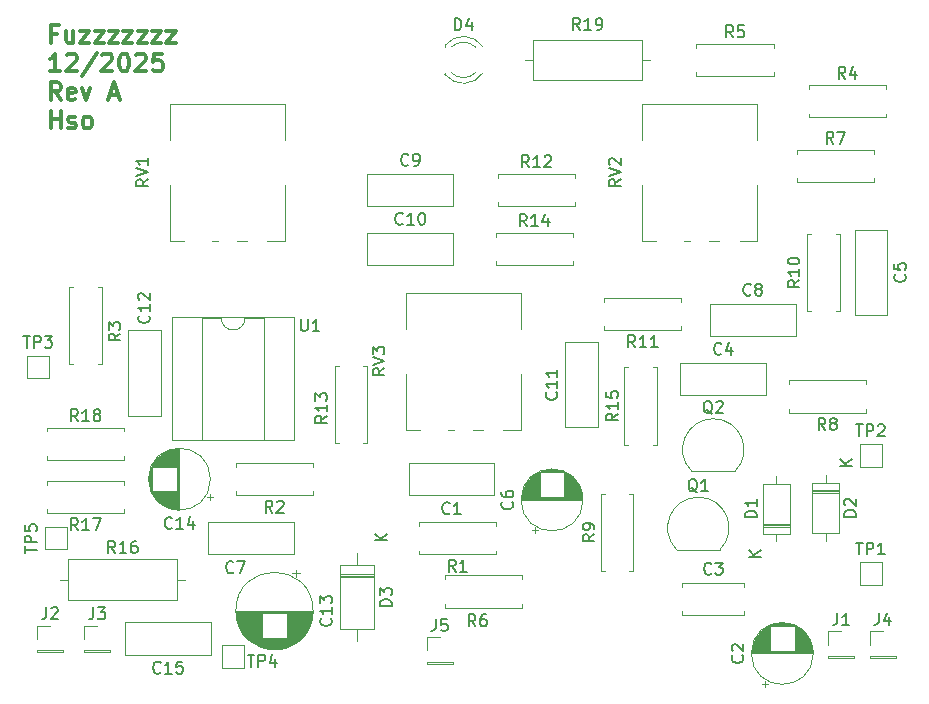
<source format=gbr>
%TF.GenerationSoftware,KiCad,Pcbnew,9.0.6*%
%TF.CreationDate,2025-12-29T20:46:53-03:00*%
%TF.ProjectId,122025,31323230-3235-42e6-9b69-6361645f7063,A*%
%TF.SameCoordinates,Original*%
%TF.FileFunction,Legend,Top*%
%TF.FilePolarity,Positive*%
%FSLAX46Y46*%
G04 Gerber Fmt 4.6, Leading zero omitted, Abs format (unit mm)*
G04 Created by KiCad (PCBNEW 9.0.6) date 2025-12-29 20:46:53*
%MOMM*%
%LPD*%
G01*
G04 APERTURE LIST*
%ADD10C,0.300000*%
%ADD11C,0.150000*%
%ADD12C,0.200000*%
%ADD13C,0.120000*%
G04 APERTURE END LIST*
D10*
X16054510Y-16270366D02*
X15554510Y-16270366D01*
X15554510Y-17056080D02*
X15554510Y-15556080D01*
X15554510Y-15556080D02*
X16268796Y-15556080D01*
X17483082Y-16056080D02*
X17483082Y-17056080D01*
X16840224Y-16056080D02*
X16840224Y-16841794D01*
X16840224Y-16841794D02*
X16911653Y-16984652D01*
X16911653Y-16984652D02*
X17054510Y-17056080D01*
X17054510Y-17056080D02*
X17268796Y-17056080D01*
X17268796Y-17056080D02*
X17411653Y-16984652D01*
X17411653Y-16984652D02*
X17483082Y-16913223D01*
X18054510Y-16056080D02*
X18840225Y-16056080D01*
X18840225Y-16056080D02*
X18054510Y-17056080D01*
X18054510Y-17056080D02*
X18840225Y-17056080D01*
X19268796Y-16056080D02*
X20054511Y-16056080D01*
X20054511Y-16056080D02*
X19268796Y-17056080D01*
X19268796Y-17056080D02*
X20054511Y-17056080D01*
X20483082Y-16056080D02*
X21268797Y-16056080D01*
X21268797Y-16056080D02*
X20483082Y-17056080D01*
X20483082Y-17056080D02*
X21268797Y-17056080D01*
X21697368Y-16056080D02*
X22483083Y-16056080D01*
X22483083Y-16056080D02*
X21697368Y-17056080D01*
X21697368Y-17056080D02*
X22483083Y-17056080D01*
X22911654Y-16056080D02*
X23697369Y-16056080D01*
X23697369Y-16056080D02*
X22911654Y-17056080D01*
X22911654Y-17056080D02*
X23697369Y-17056080D01*
X24125940Y-16056080D02*
X24911655Y-16056080D01*
X24911655Y-16056080D02*
X24125940Y-17056080D01*
X24125940Y-17056080D02*
X24911655Y-17056080D01*
X25340226Y-16056080D02*
X26125941Y-16056080D01*
X26125941Y-16056080D02*
X25340226Y-17056080D01*
X25340226Y-17056080D02*
X26125941Y-17056080D01*
X16340225Y-19470996D02*
X15483082Y-19470996D01*
X15911653Y-19470996D02*
X15911653Y-17970996D01*
X15911653Y-17970996D02*
X15768796Y-18185282D01*
X15768796Y-18185282D02*
X15625939Y-18328139D01*
X15625939Y-18328139D02*
X15483082Y-18399568D01*
X16911653Y-18113853D02*
X16983081Y-18042425D01*
X16983081Y-18042425D02*
X17125939Y-17970996D01*
X17125939Y-17970996D02*
X17483081Y-17970996D01*
X17483081Y-17970996D02*
X17625939Y-18042425D01*
X17625939Y-18042425D02*
X17697367Y-18113853D01*
X17697367Y-18113853D02*
X17768796Y-18256710D01*
X17768796Y-18256710D02*
X17768796Y-18399568D01*
X17768796Y-18399568D02*
X17697367Y-18613853D01*
X17697367Y-18613853D02*
X16840224Y-19470996D01*
X16840224Y-19470996D02*
X17768796Y-19470996D01*
X19483081Y-17899568D02*
X18197367Y-19828139D01*
X19911653Y-18113853D02*
X19983081Y-18042425D01*
X19983081Y-18042425D02*
X20125939Y-17970996D01*
X20125939Y-17970996D02*
X20483081Y-17970996D01*
X20483081Y-17970996D02*
X20625939Y-18042425D01*
X20625939Y-18042425D02*
X20697367Y-18113853D01*
X20697367Y-18113853D02*
X20768796Y-18256710D01*
X20768796Y-18256710D02*
X20768796Y-18399568D01*
X20768796Y-18399568D02*
X20697367Y-18613853D01*
X20697367Y-18613853D02*
X19840224Y-19470996D01*
X19840224Y-19470996D02*
X20768796Y-19470996D01*
X21697367Y-17970996D02*
X21840224Y-17970996D01*
X21840224Y-17970996D02*
X21983081Y-18042425D01*
X21983081Y-18042425D02*
X22054510Y-18113853D01*
X22054510Y-18113853D02*
X22125938Y-18256710D01*
X22125938Y-18256710D02*
X22197367Y-18542425D01*
X22197367Y-18542425D02*
X22197367Y-18899568D01*
X22197367Y-18899568D02*
X22125938Y-19185282D01*
X22125938Y-19185282D02*
X22054510Y-19328139D01*
X22054510Y-19328139D02*
X21983081Y-19399568D01*
X21983081Y-19399568D02*
X21840224Y-19470996D01*
X21840224Y-19470996D02*
X21697367Y-19470996D01*
X21697367Y-19470996D02*
X21554510Y-19399568D01*
X21554510Y-19399568D02*
X21483081Y-19328139D01*
X21483081Y-19328139D02*
X21411652Y-19185282D01*
X21411652Y-19185282D02*
X21340224Y-18899568D01*
X21340224Y-18899568D02*
X21340224Y-18542425D01*
X21340224Y-18542425D02*
X21411652Y-18256710D01*
X21411652Y-18256710D02*
X21483081Y-18113853D01*
X21483081Y-18113853D02*
X21554510Y-18042425D01*
X21554510Y-18042425D02*
X21697367Y-17970996D01*
X22768795Y-18113853D02*
X22840223Y-18042425D01*
X22840223Y-18042425D02*
X22983081Y-17970996D01*
X22983081Y-17970996D02*
X23340223Y-17970996D01*
X23340223Y-17970996D02*
X23483081Y-18042425D01*
X23483081Y-18042425D02*
X23554509Y-18113853D01*
X23554509Y-18113853D02*
X23625938Y-18256710D01*
X23625938Y-18256710D02*
X23625938Y-18399568D01*
X23625938Y-18399568D02*
X23554509Y-18613853D01*
X23554509Y-18613853D02*
X22697366Y-19470996D01*
X22697366Y-19470996D02*
X23625938Y-19470996D01*
X24983080Y-17970996D02*
X24268794Y-17970996D01*
X24268794Y-17970996D02*
X24197366Y-18685282D01*
X24197366Y-18685282D02*
X24268794Y-18613853D01*
X24268794Y-18613853D02*
X24411652Y-18542425D01*
X24411652Y-18542425D02*
X24768794Y-18542425D01*
X24768794Y-18542425D02*
X24911652Y-18613853D01*
X24911652Y-18613853D02*
X24983080Y-18685282D01*
X24983080Y-18685282D02*
X25054509Y-18828139D01*
X25054509Y-18828139D02*
X25054509Y-19185282D01*
X25054509Y-19185282D02*
X24983080Y-19328139D01*
X24983080Y-19328139D02*
X24911652Y-19399568D01*
X24911652Y-19399568D02*
X24768794Y-19470996D01*
X24768794Y-19470996D02*
X24411652Y-19470996D01*
X24411652Y-19470996D02*
X24268794Y-19399568D01*
X24268794Y-19399568D02*
X24197366Y-19328139D01*
X16411653Y-21885912D02*
X15911653Y-21171626D01*
X15554510Y-21885912D02*
X15554510Y-20385912D01*
X15554510Y-20385912D02*
X16125939Y-20385912D01*
X16125939Y-20385912D02*
X16268796Y-20457341D01*
X16268796Y-20457341D02*
X16340225Y-20528769D01*
X16340225Y-20528769D02*
X16411653Y-20671626D01*
X16411653Y-20671626D02*
X16411653Y-20885912D01*
X16411653Y-20885912D02*
X16340225Y-21028769D01*
X16340225Y-21028769D02*
X16268796Y-21100198D01*
X16268796Y-21100198D02*
X16125939Y-21171626D01*
X16125939Y-21171626D02*
X15554510Y-21171626D01*
X17625939Y-21814484D02*
X17483082Y-21885912D01*
X17483082Y-21885912D02*
X17197368Y-21885912D01*
X17197368Y-21885912D02*
X17054510Y-21814484D01*
X17054510Y-21814484D02*
X16983082Y-21671626D01*
X16983082Y-21671626D02*
X16983082Y-21100198D01*
X16983082Y-21100198D02*
X17054510Y-20957341D01*
X17054510Y-20957341D02*
X17197368Y-20885912D01*
X17197368Y-20885912D02*
X17483082Y-20885912D01*
X17483082Y-20885912D02*
X17625939Y-20957341D01*
X17625939Y-20957341D02*
X17697368Y-21100198D01*
X17697368Y-21100198D02*
X17697368Y-21243055D01*
X17697368Y-21243055D02*
X16983082Y-21385912D01*
X18197367Y-20885912D02*
X18554510Y-21885912D01*
X18554510Y-21885912D02*
X18911653Y-20885912D01*
X20554510Y-21457341D02*
X21268796Y-21457341D01*
X20411653Y-21885912D02*
X20911653Y-20385912D01*
X20911653Y-20385912D02*
X21411653Y-21885912D01*
X15554510Y-24300828D02*
X15554510Y-22800828D01*
X15554510Y-23515114D02*
X16411653Y-23515114D01*
X16411653Y-24300828D02*
X16411653Y-22800828D01*
X17054511Y-24229400D02*
X17197368Y-24300828D01*
X17197368Y-24300828D02*
X17483082Y-24300828D01*
X17483082Y-24300828D02*
X17625939Y-24229400D01*
X17625939Y-24229400D02*
X17697368Y-24086542D01*
X17697368Y-24086542D02*
X17697368Y-24015114D01*
X17697368Y-24015114D02*
X17625939Y-23872257D01*
X17625939Y-23872257D02*
X17483082Y-23800828D01*
X17483082Y-23800828D02*
X17268797Y-23800828D01*
X17268797Y-23800828D02*
X17125939Y-23729400D01*
X17125939Y-23729400D02*
X17054511Y-23586542D01*
X17054511Y-23586542D02*
X17054511Y-23515114D01*
X17054511Y-23515114D02*
X17125939Y-23372257D01*
X17125939Y-23372257D02*
X17268797Y-23300828D01*
X17268797Y-23300828D02*
X17483082Y-23300828D01*
X17483082Y-23300828D02*
X17625939Y-23372257D01*
X18554511Y-24300828D02*
X18411654Y-24229400D01*
X18411654Y-24229400D02*
X18340225Y-24157971D01*
X18340225Y-24157971D02*
X18268797Y-24015114D01*
X18268797Y-24015114D02*
X18268797Y-23586542D01*
X18268797Y-23586542D02*
X18340225Y-23443685D01*
X18340225Y-23443685D02*
X18411654Y-23372257D01*
X18411654Y-23372257D02*
X18554511Y-23300828D01*
X18554511Y-23300828D02*
X18768797Y-23300828D01*
X18768797Y-23300828D02*
X18911654Y-23372257D01*
X18911654Y-23372257D02*
X18983083Y-23443685D01*
X18983083Y-23443685D02*
X19054511Y-23586542D01*
X19054511Y-23586542D02*
X19054511Y-24015114D01*
X19054511Y-24015114D02*
X18983083Y-24157971D01*
X18983083Y-24157971D02*
X18911654Y-24229400D01*
X18911654Y-24229400D02*
X18768797Y-24300828D01*
X18768797Y-24300828D02*
X18554511Y-24300828D01*
D11*
X49761905Y-15994819D02*
X49761905Y-14994819D01*
X49761905Y-14994819D02*
X50000000Y-14994819D01*
X50000000Y-14994819D02*
X50142857Y-15042438D01*
X50142857Y-15042438D02*
X50238095Y-15137676D01*
X50238095Y-15137676D02*
X50285714Y-15232914D01*
X50285714Y-15232914D02*
X50333333Y-15423390D01*
X50333333Y-15423390D02*
X50333333Y-15566247D01*
X50333333Y-15566247D02*
X50285714Y-15756723D01*
X50285714Y-15756723D02*
X50238095Y-15851961D01*
X50238095Y-15851961D02*
X50142857Y-15947200D01*
X50142857Y-15947200D02*
X50000000Y-15994819D01*
X50000000Y-15994819D02*
X49761905Y-15994819D01*
X51190476Y-15328152D02*
X51190476Y-15994819D01*
X50952381Y-14947200D02*
X50714286Y-15661485D01*
X50714286Y-15661485D02*
X51333333Y-15661485D01*
X43814819Y-44610238D02*
X43338628Y-44943571D01*
X43814819Y-45181666D02*
X42814819Y-45181666D01*
X42814819Y-45181666D02*
X42814819Y-44800714D01*
X42814819Y-44800714D02*
X42862438Y-44705476D01*
X42862438Y-44705476D02*
X42910057Y-44657857D01*
X42910057Y-44657857D02*
X43005295Y-44610238D01*
X43005295Y-44610238D02*
X43148152Y-44610238D01*
X43148152Y-44610238D02*
X43243390Y-44657857D01*
X43243390Y-44657857D02*
X43291009Y-44705476D01*
X43291009Y-44705476D02*
X43338628Y-44800714D01*
X43338628Y-44800714D02*
X43338628Y-45181666D01*
X42814819Y-44324523D02*
X43814819Y-43991190D01*
X43814819Y-43991190D02*
X42814819Y-43657857D01*
X42814819Y-43419761D02*
X42814819Y-42800714D01*
X42814819Y-42800714D02*
X43195771Y-43134047D01*
X43195771Y-43134047D02*
X43195771Y-42991190D01*
X43195771Y-42991190D02*
X43243390Y-42895952D01*
X43243390Y-42895952D02*
X43291009Y-42848333D01*
X43291009Y-42848333D02*
X43386247Y-42800714D01*
X43386247Y-42800714D02*
X43624342Y-42800714D01*
X43624342Y-42800714D02*
X43719580Y-42848333D01*
X43719580Y-42848333D02*
X43767200Y-42895952D01*
X43767200Y-42895952D02*
X43814819Y-42991190D01*
X43814819Y-42991190D02*
X43814819Y-43276904D01*
X43814819Y-43276904D02*
X43767200Y-43372142D01*
X43767200Y-43372142D02*
X43719580Y-43419761D01*
D12*
X13367219Y-60261904D02*
X13367219Y-59690476D01*
X14367219Y-59976190D02*
X13367219Y-59976190D01*
X14367219Y-59357142D02*
X13367219Y-59357142D01*
X13367219Y-59357142D02*
X13367219Y-58976190D01*
X13367219Y-58976190D02*
X13414838Y-58880952D01*
X13414838Y-58880952D02*
X13462457Y-58833333D01*
X13462457Y-58833333D02*
X13557695Y-58785714D01*
X13557695Y-58785714D02*
X13700552Y-58785714D01*
X13700552Y-58785714D02*
X13795790Y-58833333D01*
X13795790Y-58833333D02*
X13843409Y-58880952D01*
X13843409Y-58880952D02*
X13891028Y-58976190D01*
X13891028Y-58976190D02*
X13891028Y-59357142D01*
X13367219Y-57880952D02*
X13367219Y-58357142D01*
X13367219Y-58357142D02*
X13843409Y-58404761D01*
X13843409Y-58404761D02*
X13795790Y-58357142D01*
X13795790Y-58357142D02*
X13748171Y-58261904D01*
X13748171Y-58261904D02*
X13748171Y-58023809D01*
X13748171Y-58023809D02*
X13795790Y-57928571D01*
X13795790Y-57928571D02*
X13843409Y-57880952D01*
X13843409Y-57880952D02*
X13938647Y-57833333D01*
X13938647Y-57833333D02*
X14176742Y-57833333D01*
X14176742Y-57833333D02*
X14271980Y-57880952D01*
X14271980Y-57880952D02*
X14319600Y-57928571D01*
X14319600Y-57928571D02*
X14367219Y-58023809D01*
X14367219Y-58023809D02*
X14367219Y-58261904D01*
X14367219Y-58261904D02*
X14319600Y-58357142D01*
X14319600Y-58357142D02*
X14271980Y-58404761D01*
D11*
X45833333Y-27359580D02*
X45785714Y-27407200D01*
X45785714Y-27407200D02*
X45642857Y-27454819D01*
X45642857Y-27454819D02*
X45547619Y-27454819D01*
X45547619Y-27454819D02*
X45404762Y-27407200D01*
X45404762Y-27407200D02*
X45309524Y-27311961D01*
X45309524Y-27311961D02*
X45261905Y-27216723D01*
X45261905Y-27216723D02*
X45214286Y-27026247D01*
X45214286Y-27026247D02*
X45214286Y-26883390D01*
X45214286Y-26883390D02*
X45261905Y-26692914D01*
X45261905Y-26692914D02*
X45309524Y-26597676D01*
X45309524Y-26597676D02*
X45404762Y-26502438D01*
X45404762Y-26502438D02*
X45547619Y-26454819D01*
X45547619Y-26454819D02*
X45642857Y-26454819D01*
X45642857Y-26454819D02*
X45785714Y-26502438D01*
X45785714Y-26502438D02*
X45833333Y-26550057D01*
X46309524Y-27454819D02*
X46500000Y-27454819D01*
X46500000Y-27454819D02*
X46595238Y-27407200D01*
X46595238Y-27407200D02*
X46642857Y-27359580D01*
X46642857Y-27359580D02*
X46738095Y-27216723D01*
X46738095Y-27216723D02*
X46785714Y-27026247D01*
X46785714Y-27026247D02*
X46785714Y-26645295D01*
X46785714Y-26645295D02*
X46738095Y-26550057D01*
X46738095Y-26550057D02*
X46690476Y-26502438D01*
X46690476Y-26502438D02*
X46595238Y-26454819D01*
X46595238Y-26454819D02*
X46404762Y-26454819D01*
X46404762Y-26454819D02*
X46309524Y-26502438D01*
X46309524Y-26502438D02*
X46261905Y-26550057D01*
X46261905Y-26550057D02*
X46214286Y-26645295D01*
X46214286Y-26645295D02*
X46214286Y-26883390D01*
X46214286Y-26883390D02*
X46261905Y-26978628D01*
X46261905Y-26978628D02*
X46309524Y-27026247D01*
X46309524Y-27026247D02*
X46404762Y-27073866D01*
X46404762Y-27073866D02*
X46595238Y-27073866D01*
X46595238Y-27073866D02*
X46690476Y-27026247D01*
X46690476Y-27026247D02*
X46738095Y-26978628D01*
X46738095Y-26978628D02*
X46785714Y-26883390D01*
X44424819Y-64738094D02*
X43424819Y-64738094D01*
X43424819Y-64738094D02*
X43424819Y-64499999D01*
X43424819Y-64499999D02*
X43472438Y-64357142D01*
X43472438Y-64357142D02*
X43567676Y-64261904D01*
X43567676Y-64261904D02*
X43662914Y-64214285D01*
X43662914Y-64214285D02*
X43853390Y-64166666D01*
X43853390Y-64166666D02*
X43996247Y-64166666D01*
X43996247Y-64166666D02*
X44186723Y-64214285D01*
X44186723Y-64214285D02*
X44281961Y-64261904D01*
X44281961Y-64261904D02*
X44377200Y-64357142D01*
X44377200Y-64357142D02*
X44424819Y-64499999D01*
X44424819Y-64499999D02*
X44424819Y-64738094D01*
X43424819Y-63833332D02*
X43424819Y-63214285D01*
X43424819Y-63214285D02*
X43805771Y-63547618D01*
X43805771Y-63547618D02*
X43805771Y-63404761D01*
X43805771Y-63404761D02*
X43853390Y-63309523D01*
X43853390Y-63309523D02*
X43901009Y-63261904D01*
X43901009Y-63261904D02*
X43996247Y-63214285D01*
X43996247Y-63214285D02*
X44234342Y-63214285D01*
X44234342Y-63214285D02*
X44329580Y-63261904D01*
X44329580Y-63261904D02*
X44377200Y-63309523D01*
X44377200Y-63309523D02*
X44424819Y-63404761D01*
X44424819Y-63404761D02*
X44424819Y-63690475D01*
X44424819Y-63690475D02*
X44377200Y-63785713D01*
X44377200Y-63785713D02*
X44329580Y-63833332D01*
X44054819Y-59181904D02*
X43054819Y-59181904D01*
X44054819Y-58610476D02*
X43483390Y-59039047D01*
X43054819Y-58610476D02*
X43626247Y-59181904D01*
X48166666Y-65844819D02*
X48166666Y-66559104D01*
X48166666Y-66559104D02*
X48119047Y-66701961D01*
X48119047Y-66701961D02*
X48023809Y-66797200D01*
X48023809Y-66797200D02*
X47880952Y-66844819D01*
X47880952Y-66844819D02*
X47785714Y-66844819D01*
X49119047Y-65844819D02*
X48642857Y-65844819D01*
X48642857Y-65844819D02*
X48595238Y-66321009D01*
X48595238Y-66321009D02*
X48642857Y-66273390D01*
X48642857Y-66273390D02*
X48738095Y-66225771D01*
X48738095Y-66225771D02*
X48976190Y-66225771D01*
X48976190Y-66225771D02*
X49071428Y-66273390D01*
X49071428Y-66273390D02*
X49119047Y-66321009D01*
X49119047Y-66321009D02*
X49166666Y-66416247D01*
X49166666Y-66416247D02*
X49166666Y-66654342D01*
X49166666Y-66654342D02*
X49119047Y-66749580D01*
X49119047Y-66749580D02*
X49071428Y-66797200D01*
X49071428Y-66797200D02*
X48976190Y-66844819D01*
X48976190Y-66844819D02*
X48738095Y-66844819D01*
X48738095Y-66844819D02*
X48642857Y-66797200D01*
X48642857Y-66797200D02*
X48595238Y-66749580D01*
D12*
X32238095Y-68867219D02*
X32809523Y-68867219D01*
X32523809Y-69867219D02*
X32523809Y-68867219D01*
X33142857Y-69867219D02*
X33142857Y-68867219D01*
X33142857Y-68867219D02*
X33523809Y-68867219D01*
X33523809Y-68867219D02*
X33619047Y-68914838D01*
X33619047Y-68914838D02*
X33666666Y-68962457D01*
X33666666Y-68962457D02*
X33714285Y-69057695D01*
X33714285Y-69057695D02*
X33714285Y-69200552D01*
X33714285Y-69200552D02*
X33666666Y-69295790D01*
X33666666Y-69295790D02*
X33619047Y-69343409D01*
X33619047Y-69343409D02*
X33523809Y-69391028D01*
X33523809Y-69391028D02*
X33142857Y-69391028D01*
X34571428Y-69200552D02*
X34571428Y-69867219D01*
X34333333Y-68819600D02*
X34095238Y-69533885D01*
X34095238Y-69533885D02*
X34714285Y-69533885D01*
D11*
X23814819Y-28610238D02*
X23338628Y-28943571D01*
X23814819Y-29181666D02*
X22814819Y-29181666D01*
X22814819Y-29181666D02*
X22814819Y-28800714D01*
X22814819Y-28800714D02*
X22862438Y-28705476D01*
X22862438Y-28705476D02*
X22910057Y-28657857D01*
X22910057Y-28657857D02*
X23005295Y-28610238D01*
X23005295Y-28610238D02*
X23148152Y-28610238D01*
X23148152Y-28610238D02*
X23243390Y-28657857D01*
X23243390Y-28657857D02*
X23291009Y-28705476D01*
X23291009Y-28705476D02*
X23338628Y-28800714D01*
X23338628Y-28800714D02*
X23338628Y-29181666D01*
X22814819Y-28324523D02*
X23814819Y-27991190D01*
X23814819Y-27991190D02*
X22814819Y-27657857D01*
X23814819Y-26800714D02*
X23814819Y-27372142D01*
X23814819Y-27086428D02*
X22814819Y-27086428D01*
X22814819Y-27086428D02*
X22957676Y-27181666D01*
X22957676Y-27181666D02*
X23052914Y-27276904D01*
X23052914Y-27276904D02*
X23100533Y-27372142D01*
X82833333Y-20084819D02*
X82500000Y-19608628D01*
X82261905Y-20084819D02*
X82261905Y-19084819D01*
X82261905Y-19084819D02*
X82642857Y-19084819D01*
X82642857Y-19084819D02*
X82738095Y-19132438D01*
X82738095Y-19132438D02*
X82785714Y-19180057D01*
X82785714Y-19180057D02*
X82833333Y-19275295D01*
X82833333Y-19275295D02*
X82833333Y-19418152D01*
X82833333Y-19418152D02*
X82785714Y-19513390D01*
X82785714Y-19513390D02*
X82738095Y-19561009D01*
X82738095Y-19561009D02*
X82642857Y-19608628D01*
X82642857Y-19608628D02*
X82261905Y-19608628D01*
X83690476Y-19418152D02*
X83690476Y-20084819D01*
X83452381Y-19037200D02*
X83214286Y-19751485D01*
X83214286Y-19751485D02*
X83833333Y-19751485D01*
X15166666Y-64844819D02*
X15166666Y-65559104D01*
X15166666Y-65559104D02*
X15119047Y-65701961D01*
X15119047Y-65701961D02*
X15023809Y-65797200D01*
X15023809Y-65797200D02*
X14880952Y-65844819D01*
X14880952Y-65844819D02*
X14785714Y-65844819D01*
X15595238Y-64940057D02*
X15642857Y-64892438D01*
X15642857Y-64892438D02*
X15738095Y-64844819D01*
X15738095Y-64844819D02*
X15976190Y-64844819D01*
X15976190Y-64844819D02*
X16071428Y-64892438D01*
X16071428Y-64892438D02*
X16119047Y-64940057D01*
X16119047Y-64940057D02*
X16166666Y-65035295D01*
X16166666Y-65035295D02*
X16166666Y-65130533D01*
X16166666Y-65130533D02*
X16119047Y-65273390D01*
X16119047Y-65273390D02*
X15547619Y-65844819D01*
X15547619Y-65844819D02*
X16166666Y-65844819D01*
X65047142Y-42824819D02*
X64713809Y-42348628D01*
X64475714Y-42824819D02*
X64475714Y-41824819D01*
X64475714Y-41824819D02*
X64856666Y-41824819D01*
X64856666Y-41824819D02*
X64951904Y-41872438D01*
X64951904Y-41872438D02*
X64999523Y-41920057D01*
X64999523Y-41920057D02*
X65047142Y-42015295D01*
X65047142Y-42015295D02*
X65047142Y-42158152D01*
X65047142Y-42158152D02*
X64999523Y-42253390D01*
X64999523Y-42253390D02*
X64951904Y-42301009D01*
X64951904Y-42301009D02*
X64856666Y-42348628D01*
X64856666Y-42348628D02*
X64475714Y-42348628D01*
X65999523Y-42824819D02*
X65428095Y-42824819D01*
X65713809Y-42824819D02*
X65713809Y-41824819D01*
X65713809Y-41824819D02*
X65618571Y-41967676D01*
X65618571Y-41967676D02*
X65523333Y-42062914D01*
X65523333Y-42062914D02*
X65428095Y-42110533D01*
X66951904Y-42824819D02*
X66380476Y-42824819D01*
X66666190Y-42824819D02*
X66666190Y-41824819D01*
X66666190Y-41824819D02*
X66570952Y-41967676D01*
X66570952Y-41967676D02*
X66475714Y-42062914D01*
X66475714Y-42062914D02*
X66380476Y-42110533D01*
X60357142Y-15954819D02*
X60023809Y-15478628D01*
X59785714Y-15954819D02*
X59785714Y-14954819D01*
X59785714Y-14954819D02*
X60166666Y-14954819D01*
X60166666Y-14954819D02*
X60261904Y-15002438D01*
X60261904Y-15002438D02*
X60309523Y-15050057D01*
X60309523Y-15050057D02*
X60357142Y-15145295D01*
X60357142Y-15145295D02*
X60357142Y-15288152D01*
X60357142Y-15288152D02*
X60309523Y-15383390D01*
X60309523Y-15383390D02*
X60261904Y-15431009D01*
X60261904Y-15431009D02*
X60166666Y-15478628D01*
X60166666Y-15478628D02*
X59785714Y-15478628D01*
X61309523Y-15954819D02*
X60738095Y-15954819D01*
X61023809Y-15954819D02*
X61023809Y-14954819D01*
X61023809Y-14954819D02*
X60928571Y-15097676D01*
X60928571Y-15097676D02*
X60833333Y-15192914D01*
X60833333Y-15192914D02*
X60738095Y-15240533D01*
X61785714Y-15954819D02*
X61976190Y-15954819D01*
X61976190Y-15954819D02*
X62071428Y-15907200D01*
X62071428Y-15907200D02*
X62119047Y-15859580D01*
X62119047Y-15859580D02*
X62214285Y-15716723D01*
X62214285Y-15716723D02*
X62261904Y-15526247D01*
X62261904Y-15526247D02*
X62261904Y-15145295D01*
X62261904Y-15145295D02*
X62214285Y-15050057D01*
X62214285Y-15050057D02*
X62166666Y-15002438D01*
X62166666Y-15002438D02*
X62071428Y-14954819D01*
X62071428Y-14954819D02*
X61880952Y-14954819D01*
X61880952Y-14954819D02*
X61785714Y-15002438D01*
X61785714Y-15002438D02*
X61738095Y-15050057D01*
X61738095Y-15050057D02*
X61690476Y-15145295D01*
X61690476Y-15145295D02*
X61690476Y-15383390D01*
X61690476Y-15383390D02*
X61738095Y-15478628D01*
X61738095Y-15478628D02*
X61785714Y-15526247D01*
X61785714Y-15526247D02*
X61880952Y-15573866D01*
X61880952Y-15573866D02*
X62071428Y-15573866D01*
X62071428Y-15573866D02*
X62166666Y-15526247D01*
X62166666Y-15526247D02*
X62214285Y-15478628D01*
X62214285Y-15478628D02*
X62261904Y-15383390D01*
X70294761Y-55110057D02*
X70199523Y-55062438D01*
X70199523Y-55062438D02*
X70104285Y-54967200D01*
X70104285Y-54967200D02*
X69961428Y-54824342D01*
X69961428Y-54824342D02*
X69866190Y-54776723D01*
X69866190Y-54776723D02*
X69770952Y-54776723D01*
X69818571Y-55014819D02*
X69723333Y-54967200D01*
X69723333Y-54967200D02*
X69628095Y-54871961D01*
X69628095Y-54871961D02*
X69580476Y-54681485D01*
X69580476Y-54681485D02*
X69580476Y-54348152D01*
X69580476Y-54348152D02*
X69628095Y-54157676D01*
X69628095Y-54157676D02*
X69723333Y-54062438D01*
X69723333Y-54062438D02*
X69818571Y-54014819D01*
X69818571Y-54014819D02*
X70009047Y-54014819D01*
X70009047Y-54014819D02*
X70104285Y-54062438D01*
X70104285Y-54062438D02*
X70199523Y-54157676D01*
X70199523Y-54157676D02*
X70247142Y-54348152D01*
X70247142Y-54348152D02*
X70247142Y-54681485D01*
X70247142Y-54681485D02*
X70199523Y-54871961D01*
X70199523Y-54871961D02*
X70104285Y-54967200D01*
X70104285Y-54967200D02*
X70009047Y-55014819D01*
X70009047Y-55014819D02*
X69818571Y-55014819D01*
X71199523Y-55014819D02*
X70628095Y-55014819D01*
X70913809Y-55014819D02*
X70913809Y-54014819D01*
X70913809Y-54014819D02*
X70818571Y-54157676D01*
X70818571Y-54157676D02*
X70723333Y-54252914D01*
X70723333Y-54252914D02*
X70628095Y-54300533D01*
X36738095Y-40454819D02*
X36738095Y-41264342D01*
X36738095Y-41264342D02*
X36785714Y-41359580D01*
X36785714Y-41359580D02*
X36833333Y-41407200D01*
X36833333Y-41407200D02*
X36928571Y-41454819D01*
X36928571Y-41454819D02*
X37119047Y-41454819D01*
X37119047Y-41454819D02*
X37214285Y-41407200D01*
X37214285Y-41407200D02*
X37261904Y-41359580D01*
X37261904Y-41359580D02*
X37309523Y-41264342D01*
X37309523Y-41264342D02*
X37309523Y-40454819D01*
X38309523Y-41454819D02*
X37738095Y-41454819D01*
X38023809Y-41454819D02*
X38023809Y-40454819D01*
X38023809Y-40454819D02*
X37928571Y-40597676D01*
X37928571Y-40597676D02*
X37833333Y-40692914D01*
X37833333Y-40692914D02*
X37738095Y-40740533D01*
X56047142Y-27584819D02*
X55713809Y-27108628D01*
X55475714Y-27584819D02*
X55475714Y-26584819D01*
X55475714Y-26584819D02*
X55856666Y-26584819D01*
X55856666Y-26584819D02*
X55951904Y-26632438D01*
X55951904Y-26632438D02*
X55999523Y-26680057D01*
X55999523Y-26680057D02*
X56047142Y-26775295D01*
X56047142Y-26775295D02*
X56047142Y-26918152D01*
X56047142Y-26918152D02*
X55999523Y-27013390D01*
X55999523Y-27013390D02*
X55951904Y-27061009D01*
X55951904Y-27061009D02*
X55856666Y-27108628D01*
X55856666Y-27108628D02*
X55475714Y-27108628D01*
X56999523Y-27584819D02*
X56428095Y-27584819D01*
X56713809Y-27584819D02*
X56713809Y-26584819D01*
X56713809Y-26584819D02*
X56618571Y-26727676D01*
X56618571Y-26727676D02*
X56523333Y-26822914D01*
X56523333Y-26822914D02*
X56428095Y-26870533D01*
X57380476Y-26680057D02*
X57428095Y-26632438D01*
X57428095Y-26632438D02*
X57523333Y-26584819D01*
X57523333Y-26584819D02*
X57761428Y-26584819D01*
X57761428Y-26584819D02*
X57856666Y-26632438D01*
X57856666Y-26632438D02*
X57904285Y-26680057D01*
X57904285Y-26680057D02*
X57951904Y-26775295D01*
X57951904Y-26775295D02*
X57951904Y-26870533D01*
X57951904Y-26870533D02*
X57904285Y-27013390D01*
X57904285Y-27013390D02*
X57332857Y-27584819D01*
X57332857Y-27584819D02*
X57951904Y-27584819D01*
X25812255Y-58109580D02*
X25764636Y-58157200D01*
X25764636Y-58157200D02*
X25621779Y-58204819D01*
X25621779Y-58204819D02*
X25526541Y-58204819D01*
X25526541Y-58204819D02*
X25383684Y-58157200D01*
X25383684Y-58157200D02*
X25288446Y-58061961D01*
X25288446Y-58061961D02*
X25240827Y-57966723D01*
X25240827Y-57966723D02*
X25193208Y-57776247D01*
X25193208Y-57776247D02*
X25193208Y-57633390D01*
X25193208Y-57633390D02*
X25240827Y-57442914D01*
X25240827Y-57442914D02*
X25288446Y-57347676D01*
X25288446Y-57347676D02*
X25383684Y-57252438D01*
X25383684Y-57252438D02*
X25526541Y-57204819D01*
X25526541Y-57204819D02*
X25621779Y-57204819D01*
X25621779Y-57204819D02*
X25764636Y-57252438D01*
X25764636Y-57252438D02*
X25812255Y-57300057D01*
X26764636Y-58204819D02*
X26193208Y-58204819D01*
X26478922Y-58204819D02*
X26478922Y-57204819D01*
X26478922Y-57204819D02*
X26383684Y-57347676D01*
X26383684Y-57347676D02*
X26288446Y-57442914D01*
X26288446Y-57442914D02*
X26193208Y-57490533D01*
X27621779Y-57538152D02*
X27621779Y-58204819D01*
X27383684Y-57157200D02*
X27145589Y-57871485D01*
X27145589Y-57871485D02*
X27764636Y-57871485D01*
X82166666Y-65344819D02*
X82166666Y-66059104D01*
X82166666Y-66059104D02*
X82119047Y-66201961D01*
X82119047Y-66201961D02*
X82023809Y-66297200D01*
X82023809Y-66297200D02*
X81880952Y-66344819D01*
X81880952Y-66344819D02*
X81785714Y-66344819D01*
X83166666Y-66344819D02*
X82595238Y-66344819D01*
X82880952Y-66344819D02*
X82880952Y-65344819D01*
X82880952Y-65344819D02*
X82785714Y-65487676D01*
X82785714Y-65487676D02*
X82690476Y-65582914D01*
X82690476Y-65582914D02*
X82595238Y-65630533D01*
X81143333Y-49824819D02*
X80810000Y-49348628D01*
X80571905Y-49824819D02*
X80571905Y-48824819D01*
X80571905Y-48824819D02*
X80952857Y-48824819D01*
X80952857Y-48824819D02*
X81048095Y-48872438D01*
X81048095Y-48872438D02*
X81095714Y-48920057D01*
X81095714Y-48920057D02*
X81143333Y-49015295D01*
X81143333Y-49015295D02*
X81143333Y-49158152D01*
X81143333Y-49158152D02*
X81095714Y-49253390D01*
X81095714Y-49253390D02*
X81048095Y-49301009D01*
X81048095Y-49301009D02*
X80952857Y-49348628D01*
X80952857Y-49348628D02*
X80571905Y-49348628D01*
X81714762Y-49253390D02*
X81619524Y-49205771D01*
X81619524Y-49205771D02*
X81571905Y-49158152D01*
X81571905Y-49158152D02*
X81524286Y-49062914D01*
X81524286Y-49062914D02*
X81524286Y-49015295D01*
X81524286Y-49015295D02*
X81571905Y-48920057D01*
X81571905Y-48920057D02*
X81619524Y-48872438D01*
X81619524Y-48872438D02*
X81714762Y-48824819D01*
X81714762Y-48824819D02*
X81905238Y-48824819D01*
X81905238Y-48824819D02*
X82000476Y-48872438D01*
X82000476Y-48872438D02*
X82048095Y-48920057D01*
X82048095Y-48920057D02*
X82095714Y-49015295D01*
X82095714Y-49015295D02*
X82095714Y-49062914D01*
X82095714Y-49062914D02*
X82048095Y-49158152D01*
X82048095Y-49158152D02*
X82000476Y-49205771D01*
X82000476Y-49205771D02*
X81905238Y-49253390D01*
X81905238Y-49253390D02*
X81714762Y-49253390D01*
X81714762Y-49253390D02*
X81619524Y-49301009D01*
X81619524Y-49301009D02*
X81571905Y-49348628D01*
X81571905Y-49348628D02*
X81524286Y-49443866D01*
X81524286Y-49443866D02*
X81524286Y-49634342D01*
X81524286Y-49634342D02*
X81571905Y-49729580D01*
X81571905Y-49729580D02*
X81619524Y-49777200D01*
X81619524Y-49777200D02*
X81714762Y-49824819D01*
X81714762Y-49824819D02*
X81905238Y-49824819D01*
X81905238Y-49824819D02*
X82000476Y-49777200D01*
X82000476Y-49777200D02*
X82048095Y-49729580D01*
X82048095Y-49729580D02*
X82095714Y-49634342D01*
X82095714Y-49634342D02*
X82095714Y-49443866D01*
X82095714Y-49443866D02*
X82048095Y-49348628D01*
X82048095Y-49348628D02*
X82000476Y-49301009D01*
X82000476Y-49301009D02*
X81905238Y-49253390D01*
X71493333Y-61979580D02*
X71445714Y-62027200D01*
X71445714Y-62027200D02*
X71302857Y-62074819D01*
X71302857Y-62074819D02*
X71207619Y-62074819D01*
X71207619Y-62074819D02*
X71064762Y-62027200D01*
X71064762Y-62027200D02*
X70969524Y-61931961D01*
X70969524Y-61931961D02*
X70921905Y-61836723D01*
X70921905Y-61836723D02*
X70874286Y-61646247D01*
X70874286Y-61646247D02*
X70874286Y-61503390D01*
X70874286Y-61503390D02*
X70921905Y-61312914D01*
X70921905Y-61312914D02*
X70969524Y-61217676D01*
X70969524Y-61217676D02*
X71064762Y-61122438D01*
X71064762Y-61122438D02*
X71207619Y-61074819D01*
X71207619Y-61074819D02*
X71302857Y-61074819D01*
X71302857Y-61074819D02*
X71445714Y-61122438D01*
X71445714Y-61122438D02*
X71493333Y-61170057D01*
X71826667Y-61074819D02*
X72445714Y-61074819D01*
X72445714Y-61074819D02*
X72112381Y-61455771D01*
X72112381Y-61455771D02*
X72255238Y-61455771D01*
X72255238Y-61455771D02*
X72350476Y-61503390D01*
X72350476Y-61503390D02*
X72398095Y-61551009D01*
X72398095Y-61551009D02*
X72445714Y-61646247D01*
X72445714Y-61646247D02*
X72445714Y-61884342D01*
X72445714Y-61884342D02*
X72398095Y-61979580D01*
X72398095Y-61979580D02*
X72350476Y-62027200D01*
X72350476Y-62027200D02*
X72255238Y-62074819D01*
X72255238Y-62074819D02*
X71969524Y-62074819D01*
X71969524Y-62074819D02*
X71874286Y-62027200D01*
X71874286Y-62027200D02*
X71826667Y-61979580D01*
X87859580Y-36666666D02*
X87907200Y-36714285D01*
X87907200Y-36714285D02*
X87954819Y-36857142D01*
X87954819Y-36857142D02*
X87954819Y-36952380D01*
X87954819Y-36952380D02*
X87907200Y-37095237D01*
X87907200Y-37095237D02*
X87811961Y-37190475D01*
X87811961Y-37190475D02*
X87716723Y-37238094D01*
X87716723Y-37238094D02*
X87526247Y-37285713D01*
X87526247Y-37285713D02*
X87383390Y-37285713D01*
X87383390Y-37285713D02*
X87192914Y-37238094D01*
X87192914Y-37238094D02*
X87097676Y-37190475D01*
X87097676Y-37190475D02*
X87002438Y-37095237D01*
X87002438Y-37095237D02*
X86954819Y-36952380D01*
X86954819Y-36952380D02*
X86954819Y-36857142D01*
X86954819Y-36857142D02*
X87002438Y-36714285D01*
X87002438Y-36714285D02*
X87050057Y-36666666D01*
X86954819Y-35761904D02*
X86954819Y-36238094D01*
X86954819Y-36238094D02*
X87431009Y-36285713D01*
X87431009Y-36285713D02*
X87383390Y-36238094D01*
X87383390Y-36238094D02*
X87335771Y-36142856D01*
X87335771Y-36142856D02*
X87335771Y-35904761D01*
X87335771Y-35904761D02*
X87383390Y-35809523D01*
X87383390Y-35809523D02*
X87431009Y-35761904D01*
X87431009Y-35761904D02*
X87526247Y-35714285D01*
X87526247Y-35714285D02*
X87764342Y-35714285D01*
X87764342Y-35714285D02*
X87859580Y-35761904D01*
X87859580Y-35761904D02*
X87907200Y-35809523D01*
X87907200Y-35809523D02*
X87954819Y-35904761D01*
X87954819Y-35904761D02*
X87954819Y-36142856D01*
X87954819Y-36142856D02*
X87907200Y-36238094D01*
X87907200Y-36238094D02*
X87859580Y-36285713D01*
X31033333Y-61859580D02*
X30985714Y-61907200D01*
X30985714Y-61907200D02*
X30842857Y-61954819D01*
X30842857Y-61954819D02*
X30747619Y-61954819D01*
X30747619Y-61954819D02*
X30604762Y-61907200D01*
X30604762Y-61907200D02*
X30509524Y-61811961D01*
X30509524Y-61811961D02*
X30461905Y-61716723D01*
X30461905Y-61716723D02*
X30414286Y-61526247D01*
X30414286Y-61526247D02*
X30414286Y-61383390D01*
X30414286Y-61383390D02*
X30461905Y-61192914D01*
X30461905Y-61192914D02*
X30509524Y-61097676D01*
X30509524Y-61097676D02*
X30604762Y-61002438D01*
X30604762Y-61002438D02*
X30747619Y-60954819D01*
X30747619Y-60954819D02*
X30842857Y-60954819D01*
X30842857Y-60954819D02*
X30985714Y-61002438D01*
X30985714Y-61002438D02*
X31033333Y-61050057D01*
X31366667Y-60954819D02*
X32033333Y-60954819D01*
X32033333Y-60954819D02*
X31604762Y-61954819D01*
X81833333Y-25584819D02*
X81500000Y-25108628D01*
X81261905Y-25584819D02*
X81261905Y-24584819D01*
X81261905Y-24584819D02*
X81642857Y-24584819D01*
X81642857Y-24584819D02*
X81738095Y-24632438D01*
X81738095Y-24632438D02*
X81785714Y-24680057D01*
X81785714Y-24680057D02*
X81833333Y-24775295D01*
X81833333Y-24775295D02*
X81833333Y-24918152D01*
X81833333Y-24918152D02*
X81785714Y-25013390D01*
X81785714Y-25013390D02*
X81738095Y-25061009D01*
X81738095Y-25061009D02*
X81642857Y-25108628D01*
X81642857Y-25108628D02*
X81261905Y-25108628D01*
X82166667Y-24584819D02*
X82833333Y-24584819D01*
X82833333Y-24584819D02*
X82404762Y-25584819D01*
X78954819Y-37142857D02*
X78478628Y-37476190D01*
X78954819Y-37714285D02*
X77954819Y-37714285D01*
X77954819Y-37714285D02*
X77954819Y-37333333D01*
X77954819Y-37333333D02*
X78002438Y-37238095D01*
X78002438Y-37238095D02*
X78050057Y-37190476D01*
X78050057Y-37190476D02*
X78145295Y-37142857D01*
X78145295Y-37142857D02*
X78288152Y-37142857D01*
X78288152Y-37142857D02*
X78383390Y-37190476D01*
X78383390Y-37190476D02*
X78431009Y-37238095D01*
X78431009Y-37238095D02*
X78478628Y-37333333D01*
X78478628Y-37333333D02*
X78478628Y-37714285D01*
X78954819Y-36190476D02*
X78954819Y-36761904D01*
X78954819Y-36476190D02*
X77954819Y-36476190D01*
X77954819Y-36476190D02*
X78097676Y-36571428D01*
X78097676Y-36571428D02*
X78192914Y-36666666D01*
X78192914Y-36666666D02*
X78240533Y-36761904D01*
X77954819Y-35571428D02*
X77954819Y-35476190D01*
X77954819Y-35476190D02*
X78002438Y-35380952D01*
X78002438Y-35380952D02*
X78050057Y-35333333D01*
X78050057Y-35333333D02*
X78145295Y-35285714D01*
X78145295Y-35285714D02*
X78335771Y-35238095D01*
X78335771Y-35238095D02*
X78573866Y-35238095D01*
X78573866Y-35238095D02*
X78764342Y-35285714D01*
X78764342Y-35285714D02*
X78859580Y-35333333D01*
X78859580Y-35333333D02*
X78907200Y-35380952D01*
X78907200Y-35380952D02*
X78954819Y-35476190D01*
X78954819Y-35476190D02*
X78954819Y-35571428D01*
X78954819Y-35571428D02*
X78907200Y-35666666D01*
X78907200Y-35666666D02*
X78859580Y-35714285D01*
X78859580Y-35714285D02*
X78764342Y-35761904D01*
X78764342Y-35761904D02*
X78573866Y-35809523D01*
X78573866Y-35809523D02*
X78335771Y-35809523D01*
X78335771Y-35809523D02*
X78145295Y-35761904D01*
X78145295Y-35761904D02*
X78050057Y-35714285D01*
X78050057Y-35714285D02*
X78002438Y-35666666D01*
X78002438Y-35666666D02*
X77954819Y-35571428D01*
X71564761Y-48470057D02*
X71469523Y-48422438D01*
X71469523Y-48422438D02*
X71374285Y-48327200D01*
X71374285Y-48327200D02*
X71231428Y-48184342D01*
X71231428Y-48184342D02*
X71136190Y-48136723D01*
X71136190Y-48136723D02*
X71040952Y-48136723D01*
X71088571Y-48374819D02*
X70993333Y-48327200D01*
X70993333Y-48327200D02*
X70898095Y-48231961D01*
X70898095Y-48231961D02*
X70850476Y-48041485D01*
X70850476Y-48041485D02*
X70850476Y-47708152D01*
X70850476Y-47708152D02*
X70898095Y-47517676D01*
X70898095Y-47517676D02*
X70993333Y-47422438D01*
X70993333Y-47422438D02*
X71088571Y-47374819D01*
X71088571Y-47374819D02*
X71279047Y-47374819D01*
X71279047Y-47374819D02*
X71374285Y-47422438D01*
X71374285Y-47422438D02*
X71469523Y-47517676D01*
X71469523Y-47517676D02*
X71517142Y-47708152D01*
X71517142Y-47708152D02*
X71517142Y-48041485D01*
X71517142Y-48041485D02*
X71469523Y-48231961D01*
X71469523Y-48231961D02*
X71374285Y-48327200D01*
X71374285Y-48327200D02*
X71279047Y-48374819D01*
X71279047Y-48374819D02*
X71088571Y-48374819D01*
X71898095Y-47470057D02*
X71945714Y-47422438D01*
X71945714Y-47422438D02*
X72040952Y-47374819D01*
X72040952Y-47374819D02*
X72279047Y-47374819D01*
X72279047Y-47374819D02*
X72374285Y-47422438D01*
X72374285Y-47422438D02*
X72421904Y-47470057D01*
X72421904Y-47470057D02*
X72469523Y-47565295D01*
X72469523Y-47565295D02*
X72469523Y-47660533D01*
X72469523Y-47660533D02*
X72421904Y-47803390D01*
X72421904Y-47803390D02*
X71850476Y-48374819D01*
X71850476Y-48374819D02*
X72469523Y-48374819D01*
D12*
X13238095Y-41867219D02*
X13809523Y-41867219D01*
X13523809Y-42867219D02*
X13523809Y-41867219D01*
X14142857Y-42867219D02*
X14142857Y-41867219D01*
X14142857Y-41867219D02*
X14523809Y-41867219D01*
X14523809Y-41867219D02*
X14619047Y-41914838D01*
X14619047Y-41914838D02*
X14666666Y-41962457D01*
X14666666Y-41962457D02*
X14714285Y-42057695D01*
X14714285Y-42057695D02*
X14714285Y-42200552D01*
X14714285Y-42200552D02*
X14666666Y-42295790D01*
X14666666Y-42295790D02*
X14619047Y-42343409D01*
X14619047Y-42343409D02*
X14523809Y-42391028D01*
X14523809Y-42391028D02*
X14142857Y-42391028D01*
X15047619Y-41867219D02*
X15666666Y-41867219D01*
X15666666Y-41867219D02*
X15333333Y-42248171D01*
X15333333Y-42248171D02*
X15476190Y-42248171D01*
X15476190Y-42248171D02*
X15571428Y-42295790D01*
X15571428Y-42295790D02*
X15619047Y-42343409D01*
X15619047Y-42343409D02*
X15666666Y-42438647D01*
X15666666Y-42438647D02*
X15666666Y-42676742D01*
X15666666Y-42676742D02*
X15619047Y-42771980D01*
X15619047Y-42771980D02*
X15571428Y-42819600D01*
X15571428Y-42819600D02*
X15476190Y-42867219D01*
X15476190Y-42867219D02*
X15190476Y-42867219D01*
X15190476Y-42867219D02*
X15095238Y-42819600D01*
X15095238Y-42819600D02*
X15047619Y-42771980D01*
D11*
X39259580Y-65792857D02*
X39307200Y-65840476D01*
X39307200Y-65840476D02*
X39354819Y-65983333D01*
X39354819Y-65983333D02*
X39354819Y-66078571D01*
X39354819Y-66078571D02*
X39307200Y-66221428D01*
X39307200Y-66221428D02*
X39211961Y-66316666D01*
X39211961Y-66316666D02*
X39116723Y-66364285D01*
X39116723Y-66364285D02*
X38926247Y-66411904D01*
X38926247Y-66411904D02*
X38783390Y-66411904D01*
X38783390Y-66411904D02*
X38592914Y-66364285D01*
X38592914Y-66364285D02*
X38497676Y-66316666D01*
X38497676Y-66316666D02*
X38402438Y-66221428D01*
X38402438Y-66221428D02*
X38354819Y-66078571D01*
X38354819Y-66078571D02*
X38354819Y-65983333D01*
X38354819Y-65983333D02*
X38402438Y-65840476D01*
X38402438Y-65840476D02*
X38450057Y-65792857D01*
X39354819Y-64840476D02*
X39354819Y-65411904D01*
X39354819Y-65126190D02*
X38354819Y-65126190D01*
X38354819Y-65126190D02*
X38497676Y-65221428D01*
X38497676Y-65221428D02*
X38592914Y-65316666D01*
X38592914Y-65316666D02*
X38640533Y-65411904D01*
X38354819Y-64507142D02*
X38354819Y-63888095D01*
X38354819Y-63888095D02*
X38735771Y-64221428D01*
X38735771Y-64221428D02*
X38735771Y-64078571D01*
X38735771Y-64078571D02*
X38783390Y-63983333D01*
X38783390Y-63983333D02*
X38831009Y-63935714D01*
X38831009Y-63935714D02*
X38926247Y-63888095D01*
X38926247Y-63888095D02*
X39164342Y-63888095D01*
X39164342Y-63888095D02*
X39259580Y-63935714D01*
X39259580Y-63935714D02*
X39307200Y-63983333D01*
X39307200Y-63983333D02*
X39354819Y-64078571D01*
X39354819Y-64078571D02*
X39354819Y-64364285D01*
X39354819Y-64364285D02*
X39307200Y-64459523D01*
X39307200Y-64459523D02*
X39259580Y-64507142D01*
X23859580Y-40142857D02*
X23907200Y-40190476D01*
X23907200Y-40190476D02*
X23954819Y-40333333D01*
X23954819Y-40333333D02*
X23954819Y-40428571D01*
X23954819Y-40428571D02*
X23907200Y-40571428D01*
X23907200Y-40571428D02*
X23811961Y-40666666D01*
X23811961Y-40666666D02*
X23716723Y-40714285D01*
X23716723Y-40714285D02*
X23526247Y-40761904D01*
X23526247Y-40761904D02*
X23383390Y-40761904D01*
X23383390Y-40761904D02*
X23192914Y-40714285D01*
X23192914Y-40714285D02*
X23097676Y-40666666D01*
X23097676Y-40666666D02*
X23002438Y-40571428D01*
X23002438Y-40571428D02*
X22954819Y-40428571D01*
X22954819Y-40428571D02*
X22954819Y-40333333D01*
X22954819Y-40333333D02*
X23002438Y-40190476D01*
X23002438Y-40190476D02*
X23050057Y-40142857D01*
X23954819Y-39190476D02*
X23954819Y-39761904D01*
X23954819Y-39476190D02*
X22954819Y-39476190D01*
X22954819Y-39476190D02*
X23097676Y-39571428D01*
X23097676Y-39571428D02*
X23192914Y-39666666D01*
X23192914Y-39666666D02*
X23240533Y-39761904D01*
X23050057Y-38809523D02*
X23002438Y-38761904D01*
X23002438Y-38761904D02*
X22954819Y-38666666D01*
X22954819Y-38666666D02*
X22954819Y-38428571D01*
X22954819Y-38428571D02*
X23002438Y-38333333D01*
X23002438Y-38333333D02*
X23050057Y-38285714D01*
X23050057Y-38285714D02*
X23145295Y-38238095D01*
X23145295Y-38238095D02*
X23240533Y-38238095D01*
X23240533Y-38238095D02*
X23383390Y-38285714D01*
X23383390Y-38285714D02*
X23954819Y-38857142D01*
X23954819Y-38857142D02*
X23954819Y-38238095D01*
X19166666Y-64844819D02*
X19166666Y-65559104D01*
X19166666Y-65559104D02*
X19119047Y-65701961D01*
X19119047Y-65701961D02*
X19023809Y-65797200D01*
X19023809Y-65797200D02*
X18880952Y-65844819D01*
X18880952Y-65844819D02*
X18785714Y-65844819D01*
X19547619Y-64844819D02*
X20166666Y-64844819D01*
X20166666Y-64844819D02*
X19833333Y-65225771D01*
X19833333Y-65225771D02*
X19976190Y-65225771D01*
X19976190Y-65225771D02*
X20071428Y-65273390D01*
X20071428Y-65273390D02*
X20119047Y-65321009D01*
X20119047Y-65321009D02*
X20166666Y-65416247D01*
X20166666Y-65416247D02*
X20166666Y-65654342D01*
X20166666Y-65654342D02*
X20119047Y-65749580D01*
X20119047Y-65749580D02*
X20071428Y-65797200D01*
X20071428Y-65797200D02*
X19976190Y-65844819D01*
X19976190Y-65844819D02*
X19690476Y-65844819D01*
X19690476Y-65844819D02*
X19595238Y-65797200D01*
X19595238Y-65797200D02*
X19547619Y-65749580D01*
X73333333Y-16584819D02*
X73000000Y-16108628D01*
X72761905Y-16584819D02*
X72761905Y-15584819D01*
X72761905Y-15584819D02*
X73142857Y-15584819D01*
X73142857Y-15584819D02*
X73238095Y-15632438D01*
X73238095Y-15632438D02*
X73285714Y-15680057D01*
X73285714Y-15680057D02*
X73333333Y-15775295D01*
X73333333Y-15775295D02*
X73333333Y-15918152D01*
X73333333Y-15918152D02*
X73285714Y-16013390D01*
X73285714Y-16013390D02*
X73238095Y-16061009D01*
X73238095Y-16061009D02*
X73142857Y-16108628D01*
X73142857Y-16108628D02*
X72761905Y-16108628D01*
X74238095Y-15584819D02*
X73761905Y-15584819D01*
X73761905Y-15584819D02*
X73714286Y-16061009D01*
X73714286Y-16061009D02*
X73761905Y-16013390D01*
X73761905Y-16013390D02*
X73857143Y-15965771D01*
X73857143Y-15965771D02*
X74095238Y-15965771D01*
X74095238Y-15965771D02*
X74190476Y-16013390D01*
X74190476Y-16013390D02*
X74238095Y-16061009D01*
X74238095Y-16061009D02*
X74285714Y-16156247D01*
X74285714Y-16156247D02*
X74285714Y-16394342D01*
X74285714Y-16394342D02*
X74238095Y-16489580D01*
X74238095Y-16489580D02*
X74190476Y-16537200D01*
X74190476Y-16537200D02*
X74095238Y-16584819D01*
X74095238Y-16584819D02*
X73857143Y-16584819D01*
X73857143Y-16584819D02*
X73761905Y-16537200D01*
X73761905Y-16537200D02*
X73714286Y-16489580D01*
X51523333Y-66454819D02*
X51190000Y-65978628D01*
X50951905Y-66454819D02*
X50951905Y-65454819D01*
X50951905Y-65454819D02*
X51332857Y-65454819D01*
X51332857Y-65454819D02*
X51428095Y-65502438D01*
X51428095Y-65502438D02*
X51475714Y-65550057D01*
X51475714Y-65550057D02*
X51523333Y-65645295D01*
X51523333Y-65645295D02*
X51523333Y-65788152D01*
X51523333Y-65788152D02*
X51475714Y-65883390D01*
X51475714Y-65883390D02*
X51428095Y-65931009D01*
X51428095Y-65931009D02*
X51332857Y-65978628D01*
X51332857Y-65978628D02*
X50951905Y-65978628D01*
X52380476Y-65454819D02*
X52190000Y-65454819D01*
X52190000Y-65454819D02*
X52094762Y-65502438D01*
X52094762Y-65502438D02*
X52047143Y-65550057D01*
X52047143Y-65550057D02*
X51951905Y-65692914D01*
X51951905Y-65692914D02*
X51904286Y-65883390D01*
X51904286Y-65883390D02*
X51904286Y-66264342D01*
X51904286Y-66264342D02*
X51951905Y-66359580D01*
X51951905Y-66359580D02*
X51999524Y-66407200D01*
X51999524Y-66407200D02*
X52094762Y-66454819D01*
X52094762Y-66454819D02*
X52285238Y-66454819D01*
X52285238Y-66454819D02*
X52380476Y-66407200D01*
X52380476Y-66407200D02*
X52428095Y-66359580D01*
X52428095Y-66359580D02*
X52475714Y-66264342D01*
X52475714Y-66264342D02*
X52475714Y-66026247D01*
X52475714Y-66026247D02*
X52428095Y-65931009D01*
X52428095Y-65931009D02*
X52380476Y-65883390D01*
X52380476Y-65883390D02*
X52285238Y-65835771D01*
X52285238Y-65835771D02*
X52094762Y-65835771D01*
X52094762Y-65835771D02*
X51999524Y-65883390D01*
X51999524Y-65883390D02*
X51951905Y-65931009D01*
X51951905Y-65931009D02*
X51904286Y-66026247D01*
D12*
X83738095Y-59367219D02*
X84309523Y-59367219D01*
X84023809Y-60367219D02*
X84023809Y-59367219D01*
X84642857Y-60367219D02*
X84642857Y-59367219D01*
X84642857Y-59367219D02*
X85023809Y-59367219D01*
X85023809Y-59367219D02*
X85119047Y-59414838D01*
X85119047Y-59414838D02*
X85166666Y-59462457D01*
X85166666Y-59462457D02*
X85214285Y-59557695D01*
X85214285Y-59557695D02*
X85214285Y-59700552D01*
X85214285Y-59700552D02*
X85166666Y-59795790D01*
X85166666Y-59795790D02*
X85119047Y-59843409D01*
X85119047Y-59843409D02*
X85023809Y-59891028D01*
X85023809Y-59891028D02*
X84642857Y-59891028D01*
X86166666Y-60367219D02*
X85595238Y-60367219D01*
X85880952Y-60367219D02*
X85880952Y-59367219D01*
X85880952Y-59367219D02*
X85785714Y-59510076D01*
X85785714Y-59510076D02*
X85690476Y-59605314D01*
X85690476Y-59605314D02*
X85595238Y-59652933D01*
D11*
X63814819Y-28610238D02*
X63338628Y-28943571D01*
X63814819Y-29181666D02*
X62814819Y-29181666D01*
X62814819Y-29181666D02*
X62814819Y-28800714D01*
X62814819Y-28800714D02*
X62862438Y-28705476D01*
X62862438Y-28705476D02*
X62910057Y-28657857D01*
X62910057Y-28657857D02*
X63005295Y-28610238D01*
X63005295Y-28610238D02*
X63148152Y-28610238D01*
X63148152Y-28610238D02*
X63243390Y-28657857D01*
X63243390Y-28657857D02*
X63291009Y-28705476D01*
X63291009Y-28705476D02*
X63338628Y-28800714D01*
X63338628Y-28800714D02*
X63338628Y-29181666D01*
X62814819Y-28324523D02*
X63814819Y-27991190D01*
X63814819Y-27991190D02*
X62814819Y-27657857D01*
X62910057Y-27372142D02*
X62862438Y-27324523D01*
X62862438Y-27324523D02*
X62814819Y-27229285D01*
X62814819Y-27229285D02*
X62814819Y-26991190D01*
X62814819Y-26991190D02*
X62862438Y-26895952D01*
X62862438Y-26895952D02*
X62910057Y-26848333D01*
X62910057Y-26848333D02*
X63005295Y-26800714D01*
X63005295Y-26800714D02*
X63100533Y-26800714D01*
X63100533Y-26800714D02*
X63243390Y-26848333D01*
X63243390Y-26848333D02*
X63814819Y-27419761D01*
X63814819Y-27419761D02*
X63814819Y-26800714D01*
X21007142Y-60234819D02*
X20673809Y-59758628D01*
X20435714Y-60234819D02*
X20435714Y-59234819D01*
X20435714Y-59234819D02*
X20816666Y-59234819D01*
X20816666Y-59234819D02*
X20911904Y-59282438D01*
X20911904Y-59282438D02*
X20959523Y-59330057D01*
X20959523Y-59330057D02*
X21007142Y-59425295D01*
X21007142Y-59425295D02*
X21007142Y-59568152D01*
X21007142Y-59568152D02*
X20959523Y-59663390D01*
X20959523Y-59663390D02*
X20911904Y-59711009D01*
X20911904Y-59711009D02*
X20816666Y-59758628D01*
X20816666Y-59758628D02*
X20435714Y-59758628D01*
X21959523Y-60234819D02*
X21388095Y-60234819D01*
X21673809Y-60234819D02*
X21673809Y-59234819D01*
X21673809Y-59234819D02*
X21578571Y-59377676D01*
X21578571Y-59377676D02*
X21483333Y-59472914D01*
X21483333Y-59472914D02*
X21388095Y-59520533D01*
X22816666Y-59234819D02*
X22626190Y-59234819D01*
X22626190Y-59234819D02*
X22530952Y-59282438D01*
X22530952Y-59282438D02*
X22483333Y-59330057D01*
X22483333Y-59330057D02*
X22388095Y-59472914D01*
X22388095Y-59472914D02*
X22340476Y-59663390D01*
X22340476Y-59663390D02*
X22340476Y-60044342D01*
X22340476Y-60044342D02*
X22388095Y-60139580D01*
X22388095Y-60139580D02*
X22435714Y-60187200D01*
X22435714Y-60187200D02*
X22530952Y-60234819D01*
X22530952Y-60234819D02*
X22721428Y-60234819D01*
X22721428Y-60234819D02*
X22816666Y-60187200D01*
X22816666Y-60187200D02*
X22864285Y-60139580D01*
X22864285Y-60139580D02*
X22911904Y-60044342D01*
X22911904Y-60044342D02*
X22911904Y-59806247D01*
X22911904Y-59806247D02*
X22864285Y-59711009D01*
X22864285Y-59711009D02*
X22816666Y-59663390D01*
X22816666Y-59663390D02*
X22721428Y-59615771D01*
X22721428Y-59615771D02*
X22530952Y-59615771D01*
X22530952Y-59615771D02*
X22435714Y-59663390D01*
X22435714Y-59663390D02*
X22388095Y-59711009D01*
X22388095Y-59711009D02*
X22340476Y-59806247D01*
X74833333Y-38359580D02*
X74785714Y-38407200D01*
X74785714Y-38407200D02*
X74642857Y-38454819D01*
X74642857Y-38454819D02*
X74547619Y-38454819D01*
X74547619Y-38454819D02*
X74404762Y-38407200D01*
X74404762Y-38407200D02*
X74309524Y-38311961D01*
X74309524Y-38311961D02*
X74261905Y-38216723D01*
X74261905Y-38216723D02*
X74214286Y-38026247D01*
X74214286Y-38026247D02*
X74214286Y-37883390D01*
X74214286Y-37883390D02*
X74261905Y-37692914D01*
X74261905Y-37692914D02*
X74309524Y-37597676D01*
X74309524Y-37597676D02*
X74404762Y-37502438D01*
X74404762Y-37502438D02*
X74547619Y-37454819D01*
X74547619Y-37454819D02*
X74642857Y-37454819D01*
X74642857Y-37454819D02*
X74785714Y-37502438D01*
X74785714Y-37502438D02*
X74833333Y-37550057D01*
X75404762Y-37883390D02*
X75309524Y-37835771D01*
X75309524Y-37835771D02*
X75261905Y-37788152D01*
X75261905Y-37788152D02*
X75214286Y-37692914D01*
X75214286Y-37692914D02*
X75214286Y-37645295D01*
X75214286Y-37645295D02*
X75261905Y-37550057D01*
X75261905Y-37550057D02*
X75309524Y-37502438D01*
X75309524Y-37502438D02*
X75404762Y-37454819D01*
X75404762Y-37454819D02*
X75595238Y-37454819D01*
X75595238Y-37454819D02*
X75690476Y-37502438D01*
X75690476Y-37502438D02*
X75738095Y-37550057D01*
X75738095Y-37550057D02*
X75785714Y-37645295D01*
X75785714Y-37645295D02*
X75785714Y-37692914D01*
X75785714Y-37692914D02*
X75738095Y-37788152D01*
X75738095Y-37788152D02*
X75690476Y-37835771D01*
X75690476Y-37835771D02*
X75595238Y-37883390D01*
X75595238Y-37883390D02*
X75404762Y-37883390D01*
X75404762Y-37883390D02*
X75309524Y-37931009D01*
X75309524Y-37931009D02*
X75261905Y-37978628D01*
X75261905Y-37978628D02*
X75214286Y-38073866D01*
X75214286Y-38073866D02*
X75214286Y-38264342D01*
X75214286Y-38264342D02*
X75261905Y-38359580D01*
X75261905Y-38359580D02*
X75309524Y-38407200D01*
X75309524Y-38407200D02*
X75404762Y-38454819D01*
X75404762Y-38454819D02*
X75595238Y-38454819D01*
X75595238Y-38454819D02*
X75690476Y-38407200D01*
X75690476Y-38407200D02*
X75738095Y-38359580D01*
X75738095Y-38359580D02*
X75785714Y-38264342D01*
X75785714Y-38264342D02*
X75785714Y-38073866D01*
X75785714Y-38073866D02*
X75738095Y-37978628D01*
X75738095Y-37978628D02*
X75690476Y-37931009D01*
X75690476Y-37931009D02*
X75595238Y-37883390D01*
X49833333Y-61824819D02*
X49500000Y-61348628D01*
X49261905Y-61824819D02*
X49261905Y-60824819D01*
X49261905Y-60824819D02*
X49642857Y-60824819D01*
X49642857Y-60824819D02*
X49738095Y-60872438D01*
X49738095Y-60872438D02*
X49785714Y-60920057D01*
X49785714Y-60920057D02*
X49833333Y-61015295D01*
X49833333Y-61015295D02*
X49833333Y-61158152D01*
X49833333Y-61158152D02*
X49785714Y-61253390D01*
X49785714Y-61253390D02*
X49738095Y-61301009D01*
X49738095Y-61301009D02*
X49642857Y-61348628D01*
X49642857Y-61348628D02*
X49261905Y-61348628D01*
X50785714Y-61824819D02*
X50214286Y-61824819D01*
X50500000Y-61824819D02*
X50500000Y-60824819D01*
X50500000Y-60824819D02*
X50404762Y-60967676D01*
X50404762Y-60967676D02*
X50309524Y-61062914D01*
X50309524Y-61062914D02*
X50214286Y-61110533D01*
X17857142Y-58324819D02*
X17523809Y-57848628D01*
X17285714Y-58324819D02*
X17285714Y-57324819D01*
X17285714Y-57324819D02*
X17666666Y-57324819D01*
X17666666Y-57324819D02*
X17761904Y-57372438D01*
X17761904Y-57372438D02*
X17809523Y-57420057D01*
X17809523Y-57420057D02*
X17857142Y-57515295D01*
X17857142Y-57515295D02*
X17857142Y-57658152D01*
X17857142Y-57658152D02*
X17809523Y-57753390D01*
X17809523Y-57753390D02*
X17761904Y-57801009D01*
X17761904Y-57801009D02*
X17666666Y-57848628D01*
X17666666Y-57848628D02*
X17285714Y-57848628D01*
X18809523Y-58324819D02*
X18238095Y-58324819D01*
X18523809Y-58324819D02*
X18523809Y-57324819D01*
X18523809Y-57324819D02*
X18428571Y-57467676D01*
X18428571Y-57467676D02*
X18333333Y-57562914D01*
X18333333Y-57562914D02*
X18238095Y-57610533D01*
X19142857Y-57324819D02*
X19809523Y-57324819D01*
X19809523Y-57324819D02*
X19380952Y-58324819D01*
X49333333Y-56859580D02*
X49285714Y-56907200D01*
X49285714Y-56907200D02*
X49142857Y-56954819D01*
X49142857Y-56954819D02*
X49047619Y-56954819D01*
X49047619Y-56954819D02*
X48904762Y-56907200D01*
X48904762Y-56907200D02*
X48809524Y-56811961D01*
X48809524Y-56811961D02*
X48761905Y-56716723D01*
X48761905Y-56716723D02*
X48714286Y-56526247D01*
X48714286Y-56526247D02*
X48714286Y-56383390D01*
X48714286Y-56383390D02*
X48761905Y-56192914D01*
X48761905Y-56192914D02*
X48809524Y-56097676D01*
X48809524Y-56097676D02*
X48904762Y-56002438D01*
X48904762Y-56002438D02*
X49047619Y-55954819D01*
X49047619Y-55954819D02*
X49142857Y-55954819D01*
X49142857Y-55954819D02*
X49285714Y-56002438D01*
X49285714Y-56002438D02*
X49333333Y-56050057D01*
X50285714Y-56954819D02*
X49714286Y-56954819D01*
X50000000Y-56954819D02*
X50000000Y-55954819D01*
X50000000Y-55954819D02*
X49904762Y-56097676D01*
X49904762Y-56097676D02*
X49809524Y-56192914D01*
X49809524Y-56192914D02*
X49714286Y-56240533D01*
X21454819Y-41666666D02*
X20978628Y-41999999D01*
X21454819Y-42238094D02*
X20454819Y-42238094D01*
X20454819Y-42238094D02*
X20454819Y-41857142D01*
X20454819Y-41857142D02*
X20502438Y-41761904D01*
X20502438Y-41761904D02*
X20550057Y-41714285D01*
X20550057Y-41714285D02*
X20645295Y-41666666D01*
X20645295Y-41666666D02*
X20788152Y-41666666D01*
X20788152Y-41666666D02*
X20883390Y-41714285D01*
X20883390Y-41714285D02*
X20931009Y-41761904D01*
X20931009Y-41761904D02*
X20978628Y-41857142D01*
X20978628Y-41857142D02*
X20978628Y-42238094D01*
X20454819Y-41333332D02*
X20454819Y-40714285D01*
X20454819Y-40714285D02*
X20835771Y-41047618D01*
X20835771Y-41047618D02*
X20835771Y-40904761D01*
X20835771Y-40904761D02*
X20883390Y-40809523D01*
X20883390Y-40809523D02*
X20931009Y-40761904D01*
X20931009Y-40761904D02*
X21026247Y-40714285D01*
X21026247Y-40714285D02*
X21264342Y-40714285D01*
X21264342Y-40714285D02*
X21359580Y-40761904D01*
X21359580Y-40761904D02*
X21407200Y-40809523D01*
X21407200Y-40809523D02*
X21454819Y-40904761D01*
X21454819Y-40904761D02*
X21454819Y-41190475D01*
X21454819Y-41190475D02*
X21407200Y-41285713D01*
X21407200Y-41285713D02*
X21359580Y-41333332D01*
X38954819Y-48642857D02*
X38478628Y-48976190D01*
X38954819Y-49214285D02*
X37954819Y-49214285D01*
X37954819Y-49214285D02*
X37954819Y-48833333D01*
X37954819Y-48833333D02*
X38002438Y-48738095D01*
X38002438Y-48738095D02*
X38050057Y-48690476D01*
X38050057Y-48690476D02*
X38145295Y-48642857D01*
X38145295Y-48642857D02*
X38288152Y-48642857D01*
X38288152Y-48642857D02*
X38383390Y-48690476D01*
X38383390Y-48690476D02*
X38431009Y-48738095D01*
X38431009Y-48738095D02*
X38478628Y-48833333D01*
X38478628Y-48833333D02*
X38478628Y-49214285D01*
X38954819Y-47690476D02*
X38954819Y-48261904D01*
X38954819Y-47976190D02*
X37954819Y-47976190D01*
X37954819Y-47976190D02*
X38097676Y-48071428D01*
X38097676Y-48071428D02*
X38192914Y-48166666D01*
X38192914Y-48166666D02*
X38240533Y-48261904D01*
X37954819Y-47357142D02*
X37954819Y-46738095D01*
X37954819Y-46738095D02*
X38335771Y-47071428D01*
X38335771Y-47071428D02*
X38335771Y-46928571D01*
X38335771Y-46928571D02*
X38383390Y-46833333D01*
X38383390Y-46833333D02*
X38431009Y-46785714D01*
X38431009Y-46785714D02*
X38526247Y-46738095D01*
X38526247Y-46738095D02*
X38764342Y-46738095D01*
X38764342Y-46738095D02*
X38859580Y-46785714D01*
X38859580Y-46785714D02*
X38907200Y-46833333D01*
X38907200Y-46833333D02*
X38954819Y-46928571D01*
X38954819Y-46928571D02*
X38954819Y-47214285D01*
X38954819Y-47214285D02*
X38907200Y-47309523D01*
X38907200Y-47309523D02*
X38859580Y-47357142D01*
X24857142Y-70359580D02*
X24809523Y-70407200D01*
X24809523Y-70407200D02*
X24666666Y-70454819D01*
X24666666Y-70454819D02*
X24571428Y-70454819D01*
X24571428Y-70454819D02*
X24428571Y-70407200D01*
X24428571Y-70407200D02*
X24333333Y-70311961D01*
X24333333Y-70311961D02*
X24285714Y-70216723D01*
X24285714Y-70216723D02*
X24238095Y-70026247D01*
X24238095Y-70026247D02*
X24238095Y-69883390D01*
X24238095Y-69883390D02*
X24285714Y-69692914D01*
X24285714Y-69692914D02*
X24333333Y-69597676D01*
X24333333Y-69597676D02*
X24428571Y-69502438D01*
X24428571Y-69502438D02*
X24571428Y-69454819D01*
X24571428Y-69454819D02*
X24666666Y-69454819D01*
X24666666Y-69454819D02*
X24809523Y-69502438D01*
X24809523Y-69502438D02*
X24857142Y-69550057D01*
X25809523Y-70454819D02*
X25238095Y-70454819D01*
X25523809Y-70454819D02*
X25523809Y-69454819D01*
X25523809Y-69454819D02*
X25428571Y-69597676D01*
X25428571Y-69597676D02*
X25333333Y-69692914D01*
X25333333Y-69692914D02*
X25238095Y-69740533D01*
X26714285Y-69454819D02*
X26238095Y-69454819D01*
X26238095Y-69454819D02*
X26190476Y-69931009D01*
X26190476Y-69931009D02*
X26238095Y-69883390D01*
X26238095Y-69883390D02*
X26333333Y-69835771D01*
X26333333Y-69835771D02*
X26571428Y-69835771D01*
X26571428Y-69835771D02*
X26666666Y-69883390D01*
X26666666Y-69883390D02*
X26714285Y-69931009D01*
X26714285Y-69931009D02*
X26761904Y-70026247D01*
X26761904Y-70026247D02*
X26761904Y-70264342D01*
X26761904Y-70264342D02*
X26714285Y-70359580D01*
X26714285Y-70359580D02*
X26666666Y-70407200D01*
X26666666Y-70407200D02*
X26571428Y-70454819D01*
X26571428Y-70454819D02*
X26333333Y-70454819D01*
X26333333Y-70454819D02*
X26238095Y-70407200D01*
X26238095Y-70407200D02*
X26190476Y-70359580D01*
X54609580Y-55916666D02*
X54657200Y-55964285D01*
X54657200Y-55964285D02*
X54704819Y-56107142D01*
X54704819Y-56107142D02*
X54704819Y-56202380D01*
X54704819Y-56202380D02*
X54657200Y-56345237D01*
X54657200Y-56345237D02*
X54561961Y-56440475D01*
X54561961Y-56440475D02*
X54466723Y-56488094D01*
X54466723Y-56488094D02*
X54276247Y-56535713D01*
X54276247Y-56535713D02*
X54133390Y-56535713D01*
X54133390Y-56535713D02*
X53942914Y-56488094D01*
X53942914Y-56488094D02*
X53847676Y-56440475D01*
X53847676Y-56440475D02*
X53752438Y-56345237D01*
X53752438Y-56345237D02*
X53704819Y-56202380D01*
X53704819Y-56202380D02*
X53704819Y-56107142D01*
X53704819Y-56107142D02*
X53752438Y-55964285D01*
X53752438Y-55964285D02*
X53800057Y-55916666D01*
X53704819Y-55059523D02*
X53704819Y-55249999D01*
X53704819Y-55249999D02*
X53752438Y-55345237D01*
X53752438Y-55345237D02*
X53800057Y-55392856D01*
X53800057Y-55392856D02*
X53942914Y-55488094D01*
X53942914Y-55488094D02*
X54133390Y-55535713D01*
X54133390Y-55535713D02*
X54514342Y-55535713D01*
X54514342Y-55535713D02*
X54609580Y-55488094D01*
X54609580Y-55488094D02*
X54657200Y-55440475D01*
X54657200Y-55440475D02*
X54704819Y-55345237D01*
X54704819Y-55345237D02*
X54704819Y-55154761D01*
X54704819Y-55154761D02*
X54657200Y-55059523D01*
X54657200Y-55059523D02*
X54609580Y-55011904D01*
X54609580Y-55011904D02*
X54514342Y-54964285D01*
X54514342Y-54964285D02*
X54276247Y-54964285D01*
X54276247Y-54964285D02*
X54181009Y-55011904D01*
X54181009Y-55011904D02*
X54133390Y-55059523D01*
X54133390Y-55059523D02*
X54085771Y-55154761D01*
X54085771Y-55154761D02*
X54085771Y-55345237D01*
X54085771Y-55345237D02*
X54133390Y-55440475D01*
X54133390Y-55440475D02*
X54181009Y-55488094D01*
X54181009Y-55488094D02*
X54276247Y-55535713D01*
X58359580Y-46642857D02*
X58407200Y-46690476D01*
X58407200Y-46690476D02*
X58454819Y-46833333D01*
X58454819Y-46833333D02*
X58454819Y-46928571D01*
X58454819Y-46928571D02*
X58407200Y-47071428D01*
X58407200Y-47071428D02*
X58311961Y-47166666D01*
X58311961Y-47166666D02*
X58216723Y-47214285D01*
X58216723Y-47214285D02*
X58026247Y-47261904D01*
X58026247Y-47261904D02*
X57883390Y-47261904D01*
X57883390Y-47261904D02*
X57692914Y-47214285D01*
X57692914Y-47214285D02*
X57597676Y-47166666D01*
X57597676Y-47166666D02*
X57502438Y-47071428D01*
X57502438Y-47071428D02*
X57454819Y-46928571D01*
X57454819Y-46928571D02*
X57454819Y-46833333D01*
X57454819Y-46833333D02*
X57502438Y-46690476D01*
X57502438Y-46690476D02*
X57550057Y-46642857D01*
X58454819Y-45690476D02*
X58454819Y-46261904D01*
X58454819Y-45976190D02*
X57454819Y-45976190D01*
X57454819Y-45976190D02*
X57597676Y-46071428D01*
X57597676Y-46071428D02*
X57692914Y-46166666D01*
X57692914Y-46166666D02*
X57740533Y-46261904D01*
X58454819Y-44738095D02*
X58454819Y-45309523D01*
X58454819Y-45023809D02*
X57454819Y-45023809D01*
X57454819Y-45023809D02*
X57597676Y-45119047D01*
X57597676Y-45119047D02*
X57692914Y-45214285D01*
X57692914Y-45214285D02*
X57740533Y-45309523D01*
X74109580Y-68916666D02*
X74157200Y-68964285D01*
X74157200Y-68964285D02*
X74204819Y-69107142D01*
X74204819Y-69107142D02*
X74204819Y-69202380D01*
X74204819Y-69202380D02*
X74157200Y-69345237D01*
X74157200Y-69345237D02*
X74061961Y-69440475D01*
X74061961Y-69440475D02*
X73966723Y-69488094D01*
X73966723Y-69488094D02*
X73776247Y-69535713D01*
X73776247Y-69535713D02*
X73633390Y-69535713D01*
X73633390Y-69535713D02*
X73442914Y-69488094D01*
X73442914Y-69488094D02*
X73347676Y-69440475D01*
X73347676Y-69440475D02*
X73252438Y-69345237D01*
X73252438Y-69345237D02*
X73204819Y-69202380D01*
X73204819Y-69202380D02*
X73204819Y-69107142D01*
X73204819Y-69107142D02*
X73252438Y-68964285D01*
X73252438Y-68964285D02*
X73300057Y-68916666D01*
X73300057Y-68535713D02*
X73252438Y-68488094D01*
X73252438Y-68488094D02*
X73204819Y-68392856D01*
X73204819Y-68392856D02*
X73204819Y-68154761D01*
X73204819Y-68154761D02*
X73252438Y-68059523D01*
X73252438Y-68059523D02*
X73300057Y-68011904D01*
X73300057Y-68011904D02*
X73395295Y-67964285D01*
X73395295Y-67964285D02*
X73490533Y-67964285D01*
X73490533Y-67964285D02*
X73633390Y-68011904D01*
X73633390Y-68011904D02*
X74204819Y-68583332D01*
X74204819Y-68583332D02*
X74204819Y-67964285D01*
X34333333Y-56824819D02*
X34000000Y-56348628D01*
X33761905Y-56824819D02*
X33761905Y-55824819D01*
X33761905Y-55824819D02*
X34142857Y-55824819D01*
X34142857Y-55824819D02*
X34238095Y-55872438D01*
X34238095Y-55872438D02*
X34285714Y-55920057D01*
X34285714Y-55920057D02*
X34333333Y-56015295D01*
X34333333Y-56015295D02*
X34333333Y-56158152D01*
X34333333Y-56158152D02*
X34285714Y-56253390D01*
X34285714Y-56253390D02*
X34238095Y-56301009D01*
X34238095Y-56301009D02*
X34142857Y-56348628D01*
X34142857Y-56348628D02*
X33761905Y-56348628D01*
X34714286Y-55920057D02*
X34761905Y-55872438D01*
X34761905Y-55872438D02*
X34857143Y-55824819D01*
X34857143Y-55824819D02*
X35095238Y-55824819D01*
X35095238Y-55824819D02*
X35190476Y-55872438D01*
X35190476Y-55872438D02*
X35238095Y-55920057D01*
X35238095Y-55920057D02*
X35285714Y-56015295D01*
X35285714Y-56015295D02*
X35285714Y-56110533D01*
X35285714Y-56110533D02*
X35238095Y-56253390D01*
X35238095Y-56253390D02*
X34666667Y-56824819D01*
X34666667Y-56824819D02*
X35285714Y-56824819D01*
X55857142Y-32584819D02*
X55523809Y-32108628D01*
X55285714Y-32584819D02*
X55285714Y-31584819D01*
X55285714Y-31584819D02*
X55666666Y-31584819D01*
X55666666Y-31584819D02*
X55761904Y-31632438D01*
X55761904Y-31632438D02*
X55809523Y-31680057D01*
X55809523Y-31680057D02*
X55857142Y-31775295D01*
X55857142Y-31775295D02*
X55857142Y-31918152D01*
X55857142Y-31918152D02*
X55809523Y-32013390D01*
X55809523Y-32013390D02*
X55761904Y-32061009D01*
X55761904Y-32061009D02*
X55666666Y-32108628D01*
X55666666Y-32108628D02*
X55285714Y-32108628D01*
X56809523Y-32584819D02*
X56238095Y-32584819D01*
X56523809Y-32584819D02*
X56523809Y-31584819D01*
X56523809Y-31584819D02*
X56428571Y-31727676D01*
X56428571Y-31727676D02*
X56333333Y-31822914D01*
X56333333Y-31822914D02*
X56238095Y-31870533D01*
X57666666Y-31918152D02*
X57666666Y-32584819D01*
X57428571Y-31537200D02*
X57190476Y-32251485D01*
X57190476Y-32251485D02*
X57809523Y-32251485D01*
X63584819Y-48452857D02*
X63108628Y-48786190D01*
X63584819Y-49024285D02*
X62584819Y-49024285D01*
X62584819Y-49024285D02*
X62584819Y-48643333D01*
X62584819Y-48643333D02*
X62632438Y-48548095D01*
X62632438Y-48548095D02*
X62680057Y-48500476D01*
X62680057Y-48500476D02*
X62775295Y-48452857D01*
X62775295Y-48452857D02*
X62918152Y-48452857D01*
X62918152Y-48452857D02*
X63013390Y-48500476D01*
X63013390Y-48500476D02*
X63061009Y-48548095D01*
X63061009Y-48548095D02*
X63108628Y-48643333D01*
X63108628Y-48643333D02*
X63108628Y-49024285D01*
X63584819Y-47500476D02*
X63584819Y-48071904D01*
X63584819Y-47786190D02*
X62584819Y-47786190D01*
X62584819Y-47786190D02*
X62727676Y-47881428D01*
X62727676Y-47881428D02*
X62822914Y-47976666D01*
X62822914Y-47976666D02*
X62870533Y-48071904D01*
X62584819Y-46595714D02*
X62584819Y-47071904D01*
X62584819Y-47071904D02*
X63061009Y-47119523D01*
X63061009Y-47119523D02*
X63013390Y-47071904D01*
X63013390Y-47071904D02*
X62965771Y-46976666D01*
X62965771Y-46976666D02*
X62965771Y-46738571D01*
X62965771Y-46738571D02*
X63013390Y-46643333D01*
X63013390Y-46643333D02*
X63061009Y-46595714D01*
X63061009Y-46595714D02*
X63156247Y-46548095D01*
X63156247Y-46548095D02*
X63394342Y-46548095D01*
X63394342Y-46548095D02*
X63489580Y-46595714D01*
X63489580Y-46595714D02*
X63537200Y-46643333D01*
X63537200Y-46643333D02*
X63584819Y-46738571D01*
X63584819Y-46738571D02*
X63584819Y-46976666D01*
X63584819Y-46976666D02*
X63537200Y-47071904D01*
X63537200Y-47071904D02*
X63489580Y-47119523D01*
X45357142Y-32359580D02*
X45309523Y-32407200D01*
X45309523Y-32407200D02*
X45166666Y-32454819D01*
X45166666Y-32454819D02*
X45071428Y-32454819D01*
X45071428Y-32454819D02*
X44928571Y-32407200D01*
X44928571Y-32407200D02*
X44833333Y-32311961D01*
X44833333Y-32311961D02*
X44785714Y-32216723D01*
X44785714Y-32216723D02*
X44738095Y-32026247D01*
X44738095Y-32026247D02*
X44738095Y-31883390D01*
X44738095Y-31883390D02*
X44785714Y-31692914D01*
X44785714Y-31692914D02*
X44833333Y-31597676D01*
X44833333Y-31597676D02*
X44928571Y-31502438D01*
X44928571Y-31502438D02*
X45071428Y-31454819D01*
X45071428Y-31454819D02*
X45166666Y-31454819D01*
X45166666Y-31454819D02*
X45309523Y-31502438D01*
X45309523Y-31502438D02*
X45357142Y-31550057D01*
X46309523Y-32454819D02*
X45738095Y-32454819D01*
X46023809Y-32454819D02*
X46023809Y-31454819D01*
X46023809Y-31454819D02*
X45928571Y-31597676D01*
X45928571Y-31597676D02*
X45833333Y-31692914D01*
X45833333Y-31692914D02*
X45738095Y-31740533D01*
X46928571Y-31454819D02*
X47023809Y-31454819D01*
X47023809Y-31454819D02*
X47119047Y-31502438D01*
X47119047Y-31502438D02*
X47166666Y-31550057D01*
X47166666Y-31550057D02*
X47214285Y-31645295D01*
X47214285Y-31645295D02*
X47261904Y-31835771D01*
X47261904Y-31835771D02*
X47261904Y-32073866D01*
X47261904Y-32073866D02*
X47214285Y-32264342D01*
X47214285Y-32264342D02*
X47166666Y-32359580D01*
X47166666Y-32359580D02*
X47119047Y-32407200D01*
X47119047Y-32407200D02*
X47023809Y-32454819D01*
X47023809Y-32454819D02*
X46928571Y-32454819D01*
X46928571Y-32454819D02*
X46833333Y-32407200D01*
X46833333Y-32407200D02*
X46785714Y-32359580D01*
X46785714Y-32359580D02*
X46738095Y-32264342D01*
X46738095Y-32264342D02*
X46690476Y-32073866D01*
X46690476Y-32073866D02*
X46690476Y-31835771D01*
X46690476Y-31835771D02*
X46738095Y-31645295D01*
X46738095Y-31645295D02*
X46785714Y-31550057D01*
X46785714Y-31550057D02*
X46833333Y-31502438D01*
X46833333Y-31502438D02*
X46928571Y-31454819D01*
X61584819Y-58666666D02*
X61108628Y-58999999D01*
X61584819Y-59238094D02*
X60584819Y-59238094D01*
X60584819Y-59238094D02*
X60584819Y-58857142D01*
X60584819Y-58857142D02*
X60632438Y-58761904D01*
X60632438Y-58761904D02*
X60680057Y-58714285D01*
X60680057Y-58714285D02*
X60775295Y-58666666D01*
X60775295Y-58666666D02*
X60918152Y-58666666D01*
X60918152Y-58666666D02*
X61013390Y-58714285D01*
X61013390Y-58714285D02*
X61061009Y-58761904D01*
X61061009Y-58761904D02*
X61108628Y-58857142D01*
X61108628Y-58857142D02*
X61108628Y-59238094D01*
X61584819Y-58190475D02*
X61584819Y-57999999D01*
X61584819Y-57999999D02*
X61537200Y-57904761D01*
X61537200Y-57904761D02*
X61489580Y-57857142D01*
X61489580Y-57857142D02*
X61346723Y-57761904D01*
X61346723Y-57761904D02*
X61156247Y-57714285D01*
X61156247Y-57714285D02*
X60775295Y-57714285D01*
X60775295Y-57714285D02*
X60680057Y-57761904D01*
X60680057Y-57761904D02*
X60632438Y-57809523D01*
X60632438Y-57809523D02*
X60584819Y-57904761D01*
X60584819Y-57904761D02*
X60584819Y-58095237D01*
X60584819Y-58095237D02*
X60632438Y-58190475D01*
X60632438Y-58190475D02*
X60680057Y-58238094D01*
X60680057Y-58238094D02*
X60775295Y-58285713D01*
X60775295Y-58285713D02*
X61013390Y-58285713D01*
X61013390Y-58285713D02*
X61108628Y-58238094D01*
X61108628Y-58238094D02*
X61156247Y-58190475D01*
X61156247Y-58190475D02*
X61203866Y-58095237D01*
X61203866Y-58095237D02*
X61203866Y-57904761D01*
X61203866Y-57904761D02*
X61156247Y-57809523D01*
X61156247Y-57809523D02*
X61108628Y-57761904D01*
X61108628Y-57761904D02*
X61013390Y-57714285D01*
D12*
X83738095Y-49367219D02*
X84309523Y-49367219D01*
X84023809Y-50367219D02*
X84023809Y-49367219D01*
X84642857Y-50367219D02*
X84642857Y-49367219D01*
X84642857Y-49367219D02*
X85023809Y-49367219D01*
X85023809Y-49367219D02*
X85119047Y-49414838D01*
X85119047Y-49414838D02*
X85166666Y-49462457D01*
X85166666Y-49462457D02*
X85214285Y-49557695D01*
X85214285Y-49557695D02*
X85214285Y-49700552D01*
X85214285Y-49700552D02*
X85166666Y-49795790D01*
X85166666Y-49795790D02*
X85119047Y-49843409D01*
X85119047Y-49843409D02*
X85023809Y-49891028D01*
X85023809Y-49891028D02*
X84642857Y-49891028D01*
X85595238Y-49462457D02*
X85642857Y-49414838D01*
X85642857Y-49414838D02*
X85738095Y-49367219D01*
X85738095Y-49367219D02*
X85976190Y-49367219D01*
X85976190Y-49367219D02*
X86071428Y-49414838D01*
X86071428Y-49414838D02*
X86119047Y-49462457D01*
X86119047Y-49462457D02*
X86166666Y-49557695D01*
X86166666Y-49557695D02*
X86166666Y-49652933D01*
X86166666Y-49652933D02*
X86119047Y-49795790D01*
X86119047Y-49795790D02*
X85547619Y-50367219D01*
X85547619Y-50367219D02*
X86166666Y-50367219D01*
D11*
X72333333Y-43359580D02*
X72285714Y-43407200D01*
X72285714Y-43407200D02*
X72142857Y-43454819D01*
X72142857Y-43454819D02*
X72047619Y-43454819D01*
X72047619Y-43454819D02*
X71904762Y-43407200D01*
X71904762Y-43407200D02*
X71809524Y-43311961D01*
X71809524Y-43311961D02*
X71761905Y-43216723D01*
X71761905Y-43216723D02*
X71714286Y-43026247D01*
X71714286Y-43026247D02*
X71714286Y-42883390D01*
X71714286Y-42883390D02*
X71761905Y-42692914D01*
X71761905Y-42692914D02*
X71809524Y-42597676D01*
X71809524Y-42597676D02*
X71904762Y-42502438D01*
X71904762Y-42502438D02*
X72047619Y-42454819D01*
X72047619Y-42454819D02*
X72142857Y-42454819D01*
X72142857Y-42454819D02*
X72285714Y-42502438D01*
X72285714Y-42502438D02*
X72333333Y-42550057D01*
X73190476Y-42788152D02*
X73190476Y-43454819D01*
X72952381Y-42407200D02*
X72714286Y-43121485D01*
X72714286Y-43121485D02*
X73333333Y-43121485D01*
X83734819Y-57168094D02*
X82734819Y-57168094D01*
X82734819Y-57168094D02*
X82734819Y-56929999D01*
X82734819Y-56929999D02*
X82782438Y-56787142D01*
X82782438Y-56787142D02*
X82877676Y-56691904D01*
X82877676Y-56691904D02*
X82972914Y-56644285D01*
X82972914Y-56644285D02*
X83163390Y-56596666D01*
X83163390Y-56596666D02*
X83306247Y-56596666D01*
X83306247Y-56596666D02*
X83496723Y-56644285D01*
X83496723Y-56644285D02*
X83591961Y-56691904D01*
X83591961Y-56691904D02*
X83687200Y-56787142D01*
X83687200Y-56787142D02*
X83734819Y-56929999D01*
X83734819Y-56929999D02*
X83734819Y-57168094D01*
X82830057Y-56215713D02*
X82782438Y-56168094D01*
X82782438Y-56168094D02*
X82734819Y-56072856D01*
X82734819Y-56072856D02*
X82734819Y-55834761D01*
X82734819Y-55834761D02*
X82782438Y-55739523D01*
X82782438Y-55739523D02*
X82830057Y-55691904D01*
X82830057Y-55691904D02*
X82925295Y-55644285D01*
X82925295Y-55644285D02*
X83020533Y-55644285D01*
X83020533Y-55644285D02*
X83163390Y-55691904D01*
X83163390Y-55691904D02*
X83734819Y-56263332D01*
X83734819Y-56263332D02*
X83734819Y-55644285D01*
X83414819Y-52881904D02*
X82414819Y-52881904D01*
X83414819Y-52310476D02*
X82843390Y-52739047D01*
X82414819Y-52310476D02*
X82986247Y-52881904D01*
X17857142Y-49084819D02*
X17523809Y-48608628D01*
X17285714Y-49084819D02*
X17285714Y-48084819D01*
X17285714Y-48084819D02*
X17666666Y-48084819D01*
X17666666Y-48084819D02*
X17761904Y-48132438D01*
X17761904Y-48132438D02*
X17809523Y-48180057D01*
X17809523Y-48180057D02*
X17857142Y-48275295D01*
X17857142Y-48275295D02*
X17857142Y-48418152D01*
X17857142Y-48418152D02*
X17809523Y-48513390D01*
X17809523Y-48513390D02*
X17761904Y-48561009D01*
X17761904Y-48561009D02*
X17666666Y-48608628D01*
X17666666Y-48608628D02*
X17285714Y-48608628D01*
X18809523Y-49084819D02*
X18238095Y-49084819D01*
X18523809Y-49084819D02*
X18523809Y-48084819D01*
X18523809Y-48084819D02*
X18428571Y-48227676D01*
X18428571Y-48227676D02*
X18333333Y-48322914D01*
X18333333Y-48322914D02*
X18238095Y-48370533D01*
X19380952Y-48513390D02*
X19285714Y-48465771D01*
X19285714Y-48465771D02*
X19238095Y-48418152D01*
X19238095Y-48418152D02*
X19190476Y-48322914D01*
X19190476Y-48322914D02*
X19190476Y-48275295D01*
X19190476Y-48275295D02*
X19238095Y-48180057D01*
X19238095Y-48180057D02*
X19285714Y-48132438D01*
X19285714Y-48132438D02*
X19380952Y-48084819D01*
X19380952Y-48084819D02*
X19571428Y-48084819D01*
X19571428Y-48084819D02*
X19666666Y-48132438D01*
X19666666Y-48132438D02*
X19714285Y-48180057D01*
X19714285Y-48180057D02*
X19761904Y-48275295D01*
X19761904Y-48275295D02*
X19761904Y-48322914D01*
X19761904Y-48322914D02*
X19714285Y-48418152D01*
X19714285Y-48418152D02*
X19666666Y-48465771D01*
X19666666Y-48465771D02*
X19571428Y-48513390D01*
X19571428Y-48513390D02*
X19380952Y-48513390D01*
X19380952Y-48513390D02*
X19285714Y-48561009D01*
X19285714Y-48561009D02*
X19238095Y-48608628D01*
X19238095Y-48608628D02*
X19190476Y-48703866D01*
X19190476Y-48703866D02*
X19190476Y-48894342D01*
X19190476Y-48894342D02*
X19238095Y-48989580D01*
X19238095Y-48989580D02*
X19285714Y-49037200D01*
X19285714Y-49037200D02*
X19380952Y-49084819D01*
X19380952Y-49084819D02*
X19571428Y-49084819D01*
X19571428Y-49084819D02*
X19666666Y-49037200D01*
X19666666Y-49037200D02*
X19714285Y-48989580D01*
X19714285Y-48989580D02*
X19761904Y-48894342D01*
X19761904Y-48894342D02*
X19761904Y-48703866D01*
X19761904Y-48703866D02*
X19714285Y-48608628D01*
X19714285Y-48608628D02*
X19666666Y-48561009D01*
X19666666Y-48561009D02*
X19571428Y-48513390D01*
X85666666Y-65344819D02*
X85666666Y-66059104D01*
X85666666Y-66059104D02*
X85619047Y-66201961D01*
X85619047Y-66201961D02*
X85523809Y-66297200D01*
X85523809Y-66297200D02*
X85380952Y-66344819D01*
X85380952Y-66344819D02*
X85285714Y-66344819D01*
X86571428Y-65678152D02*
X86571428Y-66344819D01*
X86333333Y-65297200D02*
X86095238Y-66011485D01*
X86095238Y-66011485D02*
X86714285Y-66011485D01*
X75334819Y-57238094D02*
X74334819Y-57238094D01*
X74334819Y-57238094D02*
X74334819Y-56999999D01*
X74334819Y-56999999D02*
X74382438Y-56857142D01*
X74382438Y-56857142D02*
X74477676Y-56761904D01*
X74477676Y-56761904D02*
X74572914Y-56714285D01*
X74572914Y-56714285D02*
X74763390Y-56666666D01*
X74763390Y-56666666D02*
X74906247Y-56666666D01*
X74906247Y-56666666D02*
X75096723Y-56714285D01*
X75096723Y-56714285D02*
X75191961Y-56761904D01*
X75191961Y-56761904D02*
X75287200Y-56857142D01*
X75287200Y-56857142D02*
X75334819Y-56999999D01*
X75334819Y-56999999D02*
X75334819Y-57238094D01*
X75334819Y-55714285D02*
X75334819Y-56285713D01*
X75334819Y-55999999D02*
X74334819Y-55999999D01*
X74334819Y-55999999D02*
X74477676Y-56095237D01*
X74477676Y-56095237D02*
X74572914Y-56190475D01*
X74572914Y-56190475D02*
X74620533Y-56285713D01*
X75654819Y-60571904D02*
X74654819Y-60571904D01*
X75654819Y-60000476D02*
X75083390Y-60429047D01*
X74654819Y-60000476D02*
X75226247Y-60571904D01*
D13*
%TO.C,D4*%
X48940000Y-17264000D02*
X48940000Y-17420000D01*
X48940000Y-19580000D02*
X48940000Y-19736000D01*
X48940000Y-17264484D02*
G75*
G02*
X52171437Y-17420000I1560000J-1235516D01*
G01*
X49459039Y-17420000D02*
G75*
G02*
X51540961Y-17420000I1040961J-1080000D01*
G01*
X51540961Y-19580000D02*
G75*
G02*
X49459039Y-19580000I-1040961J1080000D01*
G01*
X52171437Y-19580000D02*
G75*
G02*
X48940000Y-19735516I-1671437J1080000D01*
G01*
%TO.C,RV3*%
X45620000Y-49845000D02*
X45620000Y-45125000D01*
X45630000Y-41315000D02*
X45630000Y-38255000D01*
X46810000Y-49845000D02*
X45630000Y-49845000D01*
X49710000Y-49845000D02*
X49180000Y-49845000D01*
X52160000Y-49845000D02*
X51330000Y-49845000D01*
X55370000Y-38255000D02*
X45630000Y-38255000D01*
X55370000Y-41315000D02*
X55370000Y-38255000D01*
X55370000Y-49845000D02*
X53880000Y-49845000D01*
X55370000Y-49845000D02*
X55370000Y-45125000D01*
%TO.C,TP5*%
X15050000Y-58050000D02*
X16950000Y-58050000D01*
X15050000Y-59950000D02*
X15050000Y-58050000D01*
X16950000Y-58050000D02*
X16950000Y-59950000D01*
X16950000Y-59950000D02*
X15050000Y-59950000D01*
%TO.C,C9*%
X42380000Y-28130000D02*
X49620000Y-28130000D01*
X42380000Y-30870000D02*
X42380000Y-28130000D01*
X49620000Y-28130000D02*
X49620000Y-30870000D01*
X49620000Y-30870000D02*
X42380000Y-30870000D01*
%TO.C,D3*%
X41500000Y-60260000D02*
X41500000Y-61280000D01*
X41500000Y-67740000D02*
X41500000Y-66720000D01*
X42970000Y-62060000D02*
X40030000Y-62060000D01*
X42970000Y-62180000D02*
X40030000Y-62180000D01*
X42970000Y-62300000D02*
X40030000Y-62300000D01*
X42970000Y-61280000D02*
X40030000Y-61280000D01*
X40030000Y-66720000D01*
X42970000Y-66720000D01*
X42970000Y-61280000D01*
%TO.C,J5*%
X47390000Y-67390000D02*
X48500000Y-67390000D01*
X47390000Y-68500000D02*
X47390000Y-67390000D01*
X47390000Y-69500000D02*
X47390000Y-69610000D01*
X47390000Y-69500000D02*
X49610000Y-69500000D01*
X47390000Y-69610000D02*
X49610000Y-69610000D01*
X49610000Y-69500000D02*
X49610000Y-69610000D01*
%TO.C,TP4*%
X30050000Y-68050000D02*
X31950000Y-68050000D01*
X30050000Y-69950000D02*
X30050000Y-68050000D01*
X31950000Y-68050000D02*
X31950000Y-69950000D01*
X31950000Y-69950000D02*
X30050000Y-69950000D01*
%TO.C,RV1*%
X25620000Y-33845000D02*
X25620000Y-29125000D01*
X25630000Y-25315000D02*
X25630000Y-22255000D01*
X26810000Y-33845000D02*
X25630000Y-33845000D01*
X29710000Y-33845000D02*
X29180000Y-33845000D01*
X32160000Y-33845000D02*
X31330000Y-33845000D01*
X35370000Y-22255000D02*
X25630000Y-22255000D01*
X35370000Y-25315000D02*
X35370000Y-22255000D01*
X35370000Y-33845000D02*
X33880000Y-33845000D01*
X35370000Y-33845000D02*
X35370000Y-29125000D01*
%TO.C,R4*%
X79730000Y-20630000D02*
X86270000Y-20630000D01*
X79730000Y-20960000D02*
X79730000Y-20630000D01*
X79730000Y-23040000D02*
X79730000Y-23370000D01*
X79730000Y-23370000D02*
X86270000Y-23370000D01*
X86270000Y-20630000D02*
X86270000Y-20960000D01*
X86270000Y-23370000D02*
X86270000Y-23040000D01*
%TO.C,J2*%
X14390000Y-66390000D02*
X15500000Y-66390000D01*
X14390000Y-67500000D02*
X14390000Y-66390000D01*
X14390000Y-68500000D02*
X14390000Y-68610000D01*
X14390000Y-68500000D02*
X16610000Y-68500000D01*
X14390000Y-68610000D02*
X16610000Y-68610000D01*
X16610000Y-68500000D02*
X16610000Y-68610000D01*
%TO.C,R11*%
X62420000Y-38630000D02*
X62420000Y-38960000D01*
X62420000Y-41370000D02*
X62420000Y-41040000D01*
X68960000Y-38630000D02*
X62420000Y-38630000D01*
X68960000Y-38960000D02*
X68960000Y-38630000D01*
X68960000Y-41040000D02*
X68960000Y-41370000D01*
X68960000Y-41370000D02*
X62420000Y-41370000D01*
%TO.C,R19*%
X55690000Y-18500000D02*
X56380000Y-18500000D01*
X66310000Y-18500000D02*
X65620000Y-18500000D01*
X65620000Y-20220000D02*
X56380000Y-20220000D01*
X56380000Y-16780000D01*
X65620000Y-16780000D01*
X65620000Y-20220000D01*
%TO.C,Q1*%
X68590000Y-59970000D02*
X72190000Y-59970000D01*
X68551522Y-59958478D02*
G75*
G02*
X70390000Y-55519999I1838478J1838478D01*
G01*
X70390000Y-55520000D02*
G75*
G02*
X72228478Y-59958478I0J-2600000D01*
G01*
%TO.C,U1*%
X28350000Y-40360000D02*
X28350000Y-50640000D01*
X28350000Y-50640000D02*
X33650000Y-50640000D01*
X30000000Y-40360000D02*
X28350000Y-40360000D01*
X33650000Y-40360000D02*
X32000000Y-40360000D01*
X33650000Y-50640000D02*
X33650000Y-40360000D01*
X25860000Y-40300000D02*
X36140000Y-40300000D01*
X36140000Y-50700000D01*
X25860000Y-50700000D01*
X25860000Y-40300000D01*
X32000000Y-40360000D02*
G75*
G02*
X30000000Y-40360000I-1000000J0D01*
G01*
%TO.C,R12*%
X53420000Y-28130000D02*
X59960000Y-28130000D01*
X53420000Y-28460000D02*
X53420000Y-28130000D01*
X53420000Y-30540000D02*
X53420000Y-30870000D01*
X53420000Y-30870000D02*
X59960000Y-30870000D01*
X59960000Y-28130000D02*
X59960000Y-28460000D01*
X59960000Y-30870000D02*
X59960000Y-30540000D01*
%TO.C,C14*%
X23855113Y-54283000D02*
X23855113Y-53717000D01*
X23895113Y-54517000D02*
X23895113Y-53483000D01*
X23935113Y-54677000D02*
X23935113Y-53323000D01*
X23975113Y-54805000D02*
X23975113Y-53195000D01*
X24015113Y-54914000D02*
X24015113Y-53086000D01*
X24055113Y-55011000D02*
X24055113Y-52989000D01*
X24095113Y-55098000D02*
X24095113Y-52902000D01*
X24135113Y-55177000D02*
X24135113Y-52823000D01*
X24175113Y-52960000D02*
X24175113Y-52749000D01*
X24175113Y-55251000D02*
X24175113Y-55040000D01*
X24215113Y-52960000D02*
X24215113Y-52681000D01*
X24215113Y-55319000D02*
X24215113Y-55040000D01*
X24255113Y-52960000D02*
X24255113Y-52617000D01*
X24255113Y-55383000D02*
X24255113Y-55040000D01*
X24295113Y-52960000D02*
X24295113Y-52557000D01*
X24295113Y-55443000D02*
X24295113Y-55040000D01*
X24335113Y-52960000D02*
X24335113Y-52501000D01*
X24335113Y-55499000D02*
X24335113Y-55040000D01*
X24375113Y-52960000D02*
X24375113Y-52447000D01*
X24375113Y-55553000D02*
X24375113Y-55040000D01*
X24415113Y-52960000D02*
X24415113Y-52396000D01*
X24415113Y-55604000D02*
X24415113Y-55040000D01*
X24455113Y-52960000D02*
X24455113Y-52348000D01*
X24455113Y-55652000D02*
X24455113Y-55040000D01*
X24495113Y-52960000D02*
X24495113Y-52301000D01*
X24495113Y-55699000D02*
X24495113Y-55040000D01*
X24535113Y-52960000D02*
X24535113Y-52257000D01*
X24535113Y-55743000D02*
X24535113Y-55040000D01*
X24575113Y-52960000D02*
X24575113Y-52215000D01*
X24575113Y-55785000D02*
X24575113Y-55040000D01*
X24615113Y-52960000D02*
X24615113Y-52175000D01*
X24615113Y-55825000D02*
X24615113Y-55040000D01*
X24655113Y-52960000D02*
X24655113Y-52136000D01*
X24655113Y-55864000D02*
X24655113Y-55040000D01*
X24695113Y-52960000D02*
X24695113Y-52099000D01*
X24695113Y-55901000D02*
X24695113Y-55040000D01*
X24735113Y-52960000D02*
X24735113Y-52064000D01*
X24735113Y-55936000D02*
X24735113Y-55040000D01*
X24775113Y-52960000D02*
X24775113Y-52030000D01*
X24775113Y-55970000D02*
X24775113Y-55040000D01*
X24815113Y-52960000D02*
X24815113Y-51997000D01*
X24815113Y-56003000D02*
X24815113Y-55040000D01*
X24855113Y-52960000D02*
X24855113Y-51965000D01*
X24855113Y-56035000D02*
X24855113Y-55040000D01*
X24895113Y-52960000D02*
X24895113Y-51935000D01*
X24895113Y-56065000D02*
X24895113Y-55040000D01*
X24935113Y-52960000D02*
X24935113Y-51906000D01*
X24935113Y-56094000D02*
X24935113Y-55040000D01*
X24975113Y-52960000D02*
X24975113Y-51878000D01*
X24975113Y-56122000D02*
X24975113Y-55040000D01*
X25015113Y-52960000D02*
X25015113Y-51851000D01*
X25015113Y-56149000D02*
X25015113Y-55040000D01*
X25055113Y-52960000D02*
X25055113Y-51825000D01*
X25055113Y-56175000D02*
X25055113Y-55040000D01*
X25095113Y-52960000D02*
X25095113Y-51801000D01*
X25095113Y-56199000D02*
X25095113Y-55040000D01*
X25135113Y-52960000D02*
X25135113Y-51777000D01*
X25135113Y-56223000D02*
X25135113Y-55040000D01*
X25175113Y-52960000D02*
X25175113Y-51754000D01*
X25175113Y-56246000D02*
X25175113Y-55040000D01*
X25215113Y-52960000D02*
X25215113Y-51732000D01*
X25215113Y-56268000D02*
X25215113Y-55040000D01*
X25255113Y-52960000D02*
X25255113Y-51711000D01*
X25255113Y-56289000D02*
X25255113Y-55040000D01*
X25295113Y-52960000D02*
X25295113Y-51691000D01*
X25295113Y-56309000D02*
X25295113Y-55040000D01*
X25335113Y-52960000D02*
X25335113Y-51671000D01*
X25335113Y-56329000D02*
X25335113Y-55040000D01*
X25375113Y-52960000D02*
X25375113Y-51653000D01*
X25375113Y-56347000D02*
X25375113Y-55040000D01*
X25415113Y-52960000D02*
X25415113Y-51635000D01*
X25415113Y-56365000D02*
X25415113Y-55040000D01*
X25455113Y-52960000D02*
X25455113Y-51618000D01*
X25455113Y-56382000D02*
X25455113Y-55040000D01*
X25495113Y-52960000D02*
X25495113Y-51602000D01*
X25495113Y-56398000D02*
X25495113Y-55040000D01*
X25535113Y-52960000D02*
X25535113Y-51587000D01*
X25535113Y-56413000D02*
X25535113Y-55040000D01*
X25575113Y-52960000D02*
X25575113Y-51572000D01*
X25575113Y-56428000D02*
X25575113Y-55040000D01*
X25615113Y-52960000D02*
X25615113Y-51558000D01*
X25615113Y-56442000D02*
X25615113Y-55040000D01*
X25655113Y-52960000D02*
X25655113Y-51545000D01*
X25655113Y-56455000D02*
X25655113Y-55040000D01*
X25695113Y-52960000D02*
X25695113Y-51533000D01*
X25695113Y-56467000D02*
X25695113Y-55040000D01*
X25735113Y-52960000D02*
X25735113Y-51521000D01*
X25735113Y-56479000D02*
X25735113Y-55040000D01*
X25775113Y-52960000D02*
X25775113Y-51510000D01*
X25775113Y-56490000D02*
X25775113Y-55040000D01*
X25815113Y-52960000D02*
X25815113Y-51499000D01*
X25815113Y-56501000D02*
X25815113Y-55040000D01*
X25855113Y-52960000D02*
X25855113Y-51490000D01*
X25855113Y-56510000D02*
X25855113Y-55040000D01*
X25895113Y-52960000D02*
X25895113Y-51481000D01*
X25895113Y-56519000D02*
X25895113Y-55040000D01*
X25935113Y-52960000D02*
X25935113Y-51472000D01*
X25935113Y-56528000D02*
X25935113Y-55040000D01*
X25975113Y-52960000D02*
X25975113Y-51464000D01*
X25975113Y-56536000D02*
X25975113Y-55040000D01*
X26015113Y-52960000D02*
X26015113Y-51457000D01*
X26015113Y-56543000D02*
X26015113Y-55040000D01*
X26055113Y-52960000D02*
X26055113Y-51451000D01*
X26055113Y-56549000D02*
X26055113Y-55040000D01*
X26095113Y-52960000D02*
X26095113Y-51445000D01*
X26095113Y-56555000D02*
X26095113Y-55040000D01*
X26135113Y-52960000D02*
X26135113Y-51440000D01*
X26135113Y-56560000D02*
X26135113Y-55040000D01*
X26175113Y-52960000D02*
X26175113Y-51435000D01*
X26175113Y-56565000D02*
X26175113Y-55040000D01*
X26215113Y-52960000D02*
X26215113Y-51431000D01*
X26215113Y-56569000D02*
X26215113Y-55040000D01*
X26255113Y-56572000D02*
X26255113Y-51428000D01*
X26295113Y-56575000D02*
X26295113Y-51425000D01*
X26335113Y-56577000D02*
X26335113Y-51423000D01*
X26375113Y-56579000D02*
X26375113Y-51421000D01*
X26415113Y-56580000D02*
X26415113Y-51420000D01*
X26455113Y-56580000D02*
X26455113Y-51420000D01*
X29009888Y-55725000D02*
X29009888Y-55225000D01*
X29259888Y-55475000D02*
X28759888Y-55475000D01*
X29075113Y-54000000D02*
G75*
G02*
X23835113Y-54000000I-2620000J0D01*
G01*
X23835113Y-54000000D02*
G75*
G02*
X29075113Y-54000000I2620000J0D01*
G01*
%TO.C,J1*%
X81390000Y-66890000D02*
X82500000Y-66890000D01*
X81390000Y-68000000D02*
X81390000Y-66890000D01*
X81390000Y-69000000D02*
X81390000Y-69110000D01*
X81390000Y-69000000D02*
X83610000Y-69000000D01*
X81390000Y-69110000D02*
X83610000Y-69110000D01*
X83610000Y-69000000D02*
X83610000Y-69110000D01*
%TO.C,R8*%
X78040000Y-45630000D02*
X78040000Y-45960000D01*
X78040000Y-48370000D02*
X78040000Y-48040000D01*
X84580000Y-45630000D02*
X78040000Y-45630000D01*
X84580000Y-45960000D02*
X84580000Y-45630000D01*
X84580000Y-48040000D02*
X84580000Y-48370000D01*
X84580000Y-48370000D02*
X78040000Y-48370000D01*
%TO.C,C3*%
X69040000Y-62750000D02*
X74280000Y-62750000D01*
X69040000Y-63087000D02*
X69040000Y-62750000D01*
X69040000Y-65490000D02*
X69040000Y-65153000D01*
X74280000Y-62750000D02*
X74280000Y-63087000D01*
X74280000Y-65153000D02*
X74280000Y-65490000D01*
X74280000Y-65490000D02*
X69040000Y-65490000D01*
%TO.C,C5*%
X83630000Y-32880000D02*
X86370000Y-32880000D01*
X83630000Y-40120000D02*
X83630000Y-32880000D01*
X86370000Y-32880000D02*
X86370000Y-40120000D01*
X86370000Y-40120000D02*
X83630000Y-40120000D01*
%TO.C,C7*%
X28880000Y-57630000D02*
X36120000Y-57630000D01*
X28880000Y-60370000D02*
X28880000Y-57630000D01*
X36120000Y-57630000D02*
X36120000Y-60370000D01*
X36120000Y-60370000D02*
X28880000Y-60370000D01*
%TO.C,R7*%
X78730000Y-26130000D02*
X85270000Y-26130000D01*
X78730000Y-26460000D02*
X78730000Y-26130000D01*
X78730000Y-28540000D02*
X78730000Y-28870000D01*
X78730000Y-28870000D02*
X85270000Y-28870000D01*
X85270000Y-26130000D02*
X85270000Y-26460000D01*
X85270000Y-28870000D02*
X85270000Y-28540000D01*
%TO.C,R10*%
X79630000Y-33230000D02*
X79630000Y-39770000D01*
X79630000Y-39770000D02*
X79960000Y-39770000D01*
X79960000Y-33230000D02*
X79630000Y-33230000D01*
X82040000Y-33230000D02*
X82370000Y-33230000D01*
X82370000Y-33230000D02*
X82370000Y-39770000D01*
X82370000Y-39770000D02*
X82040000Y-39770000D01*
%TO.C,Q2*%
X69860000Y-53330000D02*
X73460000Y-53330000D01*
X69821522Y-53318478D02*
G75*
G02*
X71660000Y-48879999I1838478J1838478D01*
G01*
X71660000Y-48880000D02*
G75*
G02*
X73498478Y-53318478I0J-2600000D01*
G01*
%TO.C,TP3*%
X13550000Y-43550000D02*
X15450000Y-43550000D01*
X13550000Y-45450000D02*
X13550000Y-43550000D01*
X15450000Y-43550000D02*
X15450000Y-45450000D01*
X15450000Y-45450000D02*
X13550000Y-45450000D01*
%TO.C,C13*%
X33460000Y-65390000D02*
X31279000Y-65390000D01*
X33460000Y-65430000D02*
X31282000Y-65430000D01*
X33460000Y-65470000D02*
X31286000Y-65470000D01*
X33460000Y-65510000D02*
X31290000Y-65510000D01*
X33460000Y-65550000D02*
X31295000Y-65550000D01*
X33460000Y-65590000D02*
X31300000Y-65590000D01*
X33460000Y-65630000D02*
X31305000Y-65630000D01*
X33460000Y-65670000D02*
X31312000Y-65670000D01*
X33460000Y-65710000D02*
X31318000Y-65710000D01*
X33460000Y-65750000D02*
X31326000Y-65750000D01*
X33460000Y-65790000D02*
X31333000Y-65790000D01*
X33460000Y-65830000D02*
X31341000Y-65830000D01*
X33460000Y-65870000D02*
X31350000Y-65870000D01*
X33460000Y-65910000D02*
X31360000Y-65910000D01*
X33460000Y-65950000D02*
X31369000Y-65950000D01*
X33460000Y-65990000D02*
X31380000Y-65990000D01*
X33460000Y-66030000D02*
X31391000Y-66030000D01*
X33460000Y-66070000D02*
X31402000Y-66070000D01*
X33460000Y-66110000D02*
X31414000Y-66110000D01*
X33460000Y-66150000D02*
X31427000Y-66150000D01*
X33460000Y-66190000D02*
X31440000Y-66190000D01*
X33460000Y-66230000D02*
X31453000Y-66230000D01*
X33460000Y-66270000D02*
X31468000Y-66270000D01*
X33460000Y-66310000D02*
X31483000Y-66310000D01*
X33460000Y-66350000D02*
X31498000Y-66350000D01*
X33460000Y-66390000D02*
X31514000Y-66390000D01*
X33460000Y-66430000D02*
X31531000Y-66430000D01*
X33460000Y-66470000D02*
X31548000Y-66470000D01*
X33460000Y-66510000D02*
X31566000Y-66510000D01*
X33460000Y-66550000D02*
X31585000Y-66550000D01*
X33460000Y-66590000D02*
X31604000Y-66590000D01*
X33460000Y-66630000D02*
X31624000Y-66630000D01*
X33460000Y-66670000D02*
X31645000Y-66670000D01*
X33460000Y-66710000D02*
X31666000Y-66710000D01*
X33460000Y-66750000D02*
X31688000Y-66750000D01*
X33460000Y-66790000D02*
X31711000Y-66790000D01*
X33460000Y-66830000D02*
X31735000Y-66830000D01*
X33460000Y-66870000D02*
X31759000Y-66870000D01*
X33460000Y-66910000D02*
X31784000Y-66910000D01*
X33460000Y-66950000D02*
X31810000Y-66950000D01*
X33460000Y-66990000D02*
X31837000Y-66990000D01*
X33460000Y-67030000D02*
X31864000Y-67030000D01*
X33460000Y-67070000D02*
X31893000Y-67070000D01*
X33460000Y-67110000D02*
X31923000Y-67110000D01*
X33460000Y-67150000D02*
X31953000Y-67150000D01*
X33460000Y-67190000D02*
X31984000Y-67190000D01*
X33460000Y-67230000D02*
X32017000Y-67230000D01*
X33460000Y-67270000D02*
X32050000Y-67270000D01*
X33460000Y-67310000D02*
X32085000Y-67310000D01*
X33460000Y-67350000D02*
X32121000Y-67350000D01*
X33460000Y-67390000D02*
X32158000Y-67390000D01*
X33460000Y-67430000D02*
X32196000Y-67430000D01*
X34902000Y-68390000D02*
X34098000Y-68390000D01*
X35133000Y-68350000D02*
X33867000Y-68350000D01*
X35301000Y-68310000D02*
X33699000Y-68310000D01*
X35439000Y-68270000D02*
X33561000Y-68270000D01*
X35558000Y-68230000D02*
X33442000Y-68230000D01*
X35665000Y-68190000D02*
X33335000Y-68190000D01*
X35761000Y-68150000D02*
X33239000Y-68150000D01*
X35850000Y-68110000D02*
X33150000Y-68110000D01*
X35932000Y-68070000D02*
X33068000Y-68070000D01*
X36009000Y-68030000D02*
X32991000Y-68030000D01*
X36081000Y-67990000D02*
X32919000Y-67990000D01*
X36149000Y-67950000D02*
X32851000Y-67950000D01*
X36214000Y-67910000D02*
X32786000Y-67910000D01*
X36275000Y-67870000D02*
X32725000Y-67870000D01*
X36334000Y-67830000D02*
X32666000Y-67830000D01*
X36339000Y-61649759D02*
X36339000Y-62279759D01*
X36390000Y-67790000D02*
X32610000Y-67790000D01*
X36443000Y-67750000D02*
X32557000Y-67750000D01*
X36495000Y-67710000D02*
X32505000Y-67710000D01*
X36544000Y-67670000D02*
X32456000Y-67670000D01*
X36591000Y-67630000D02*
X32409000Y-67630000D01*
X36637000Y-67590000D02*
X32363000Y-67590000D01*
X36654000Y-61964759D02*
X36024000Y-61964759D01*
X36681000Y-67550000D02*
X32319000Y-67550000D01*
X36723000Y-67510000D02*
X32277000Y-67510000D01*
X36764000Y-67470000D02*
X32236000Y-67470000D01*
X36804000Y-67430000D02*
X35540000Y-67430000D01*
X36842000Y-67390000D02*
X35540000Y-67390000D01*
X36879000Y-67350000D02*
X35540000Y-67350000D01*
X36915000Y-67310000D02*
X35540000Y-67310000D01*
X36950000Y-67270000D02*
X35540000Y-67270000D01*
X36983000Y-67230000D02*
X35540000Y-67230000D01*
X37016000Y-67190000D02*
X35540000Y-67190000D01*
X37047000Y-67150000D02*
X35540000Y-67150000D01*
X37077000Y-67110000D02*
X35540000Y-67110000D01*
X37107000Y-67070000D02*
X35540000Y-67070000D01*
X37136000Y-67030000D02*
X35540000Y-67030000D01*
X37163000Y-66990000D02*
X35540000Y-66990000D01*
X37190000Y-66950000D02*
X35540000Y-66950000D01*
X37216000Y-66910000D02*
X35540000Y-66910000D01*
X37241000Y-66870000D02*
X35540000Y-66870000D01*
X37265000Y-66830000D02*
X35540000Y-66830000D01*
X37289000Y-66790000D02*
X35540000Y-66790000D01*
X37312000Y-66750000D02*
X35540000Y-66750000D01*
X37334000Y-66710000D02*
X35540000Y-66710000D01*
X37355000Y-66670000D02*
X35540000Y-66670000D01*
X37376000Y-66630000D02*
X35540000Y-66630000D01*
X37396000Y-66590000D02*
X35540000Y-66590000D01*
X37415000Y-66550000D02*
X35540000Y-66550000D01*
X37434000Y-66510000D02*
X35540000Y-66510000D01*
X37452000Y-66470000D02*
X35540000Y-66470000D01*
X37469000Y-66430000D02*
X35540000Y-66430000D01*
X37486000Y-66390000D02*
X35540000Y-66390000D01*
X37502000Y-66350000D02*
X35540000Y-66350000D01*
X37517000Y-66310000D02*
X35540000Y-66310000D01*
X37532000Y-66270000D02*
X35540000Y-66270000D01*
X37547000Y-66230000D02*
X35540000Y-66230000D01*
X37560000Y-66190000D02*
X35540000Y-66190000D01*
X37573000Y-66150000D02*
X35540000Y-66150000D01*
X37586000Y-66110000D02*
X35540000Y-66110000D01*
X37598000Y-66070000D02*
X35540000Y-66070000D01*
X37609000Y-66030000D02*
X35540000Y-66030000D01*
X37620000Y-65990000D02*
X35540000Y-65990000D01*
X37631000Y-65950000D02*
X35540000Y-65950000D01*
X37640000Y-65910000D02*
X35540000Y-65910000D01*
X37650000Y-65870000D02*
X35540000Y-65870000D01*
X37659000Y-65830000D02*
X35540000Y-65830000D01*
X37667000Y-65790000D02*
X35540000Y-65790000D01*
X37674000Y-65750000D02*
X35540000Y-65750000D01*
X37682000Y-65710000D02*
X35540000Y-65710000D01*
X37688000Y-65670000D02*
X35540000Y-65670000D01*
X37695000Y-65630000D02*
X35540000Y-65630000D01*
X37700000Y-65590000D02*
X35540000Y-65590000D01*
X37705000Y-65550000D02*
X35540000Y-65550000D01*
X37710000Y-65510000D02*
X35540000Y-65510000D01*
X37714000Y-65470000D02*
X35540000Y-65470000D01*
X37718000Y-65430000D02*
X35540000Y-65430000D01*
X37721000Y-65390000D02*
X35540000Y-65390000D01*
X37724000Y-65350000D02*
X31276000Y-65350000D01*
X37726000Y-65310000D02*
X31274000Y-65310000D01*
X37728000Y-65270000D02*
X31272000Y-65270000D01*
X37729000Y-65230000D02*
X31271000Y-65230000D01*
X37730000Y-65150000D02*
X31270000Y-65150000D01*
X37730000Y-65190000D02*
X31270000Y-65190000D01*
X37770000Y-65150000D02*
G75*
G02*
X31230000Y-65150000I-3270000J0D01*
G01*
X31230000Y-65150000D02*
G75*
G02*
X37770000Y-65150000I3270000J0D01*
G01*
%TO.C,C12*%
X22130000Y-41380000D02*
X24870000Y-41380000D01*
X22130000Y-48620000D02*
X22130000Y-41380000D01*
X24870000Y-41380000D02*
X24870000Y-48620000D01*
X24870000Y-48620000D02*
X22130000Y-48620000D01*
%TO.C,J3*%
X18390000Y-66390000D02*
X19500000Y-66390000D01*
X18390000Y-67500000D02*
X18390000Y-66390000D01*
X18390000Y-68500000D02*
X18390000Y-68610000D01*
X18390000Y-68500000D02*
X20610000Y-68500000D01*
X18390000Y-68610000D02*
X20610000Y-68610000D01*
X20610000Y-68500000D02*
X20610000Y-68610000D01*
%TO.C,R5*%
X70230000Y-17130000D02*
X76770000Y-17130000D01*
X70230000Y-17460000D02*
X70230000Y-17130000D01*
X70230000Y-19540000D02*
X70230000Y-19870000D01*
X70230000Y-19870000D02*
X76770000Y-19870000D01*
X76770000Y-17130000D02*
X76770000Y-17460000D01*
X76770000Y-19870000D02*
X76770000Y-19540000D01*
%TO.C,R6*%
X48920000Y-62130000D02*
X55460000Y-62130000D01*
X48920000Y-62460000D02*
X48920000Y-62130000D01*
X48920000Y-64540000D02*
X48920000Y-64870000D01*
X48920000Y-64870000D02*
X55460000Y-64870000D01*
X55460000Y-62130000D02*
X55460000Y-62460000D01*
X55460000Y-64870000D02*
X55460000Y-64540000D01*
%TO.C,TP1*%
X84050000Y-61050000D02*
X85950000Y-61050000D01*
X84050000Y-62950000D02*
X84050000Y-61050000D01*
X85950000Y-61050000D02*
X85950000Y-62950000D01*
X85950000Y-62950000D02*
X84050000Y-62950000D01*
%TO.C,RV2*%
X65620000Y-33845000D02*
X65620000Y-29125000D01*
X65630000Y-25315000D02*
X65630000Y-22255000D01*
X66810000Y-33845000D02*
X65630000Y-33845000D01*
X69710000Y-33845000D02*
X69180000Y-33845000D01*
X72160000Y-33845000D02*
X71330000Y-33845000D01*
X75370000Y-22255000D02*
X65630000Y-22255000D01*
X75370000Y-25315000D02*
X75370000Y-22255000D01*
X75370000Y-33845000D02*
X73880000Y-33845000D01*
X75370000Y-33845000D02*
X75370000Y-29125000D01*
%TO.C,R16*%
X16340000Y-62500000D02*
X17030000Y-62500000D01*
X26960000Y-62500000D02*
X26270000Y-62500000D01*
X17030000Y-60780000D02*
X26270000Y-60780000D01*
X26270000Y-64220000D01*
X17030000Y-64220000D01*
X17030000Y-60780000D01*
%TO.C,C8*%
X71380000Y-39130000D02*
X78620000Y-39130000D01*
X71380000Y-41870000D02*
X71380000Y-39130000D01*
X78620000Y-39130000D02*
X78620000Y-41870000D01*
X78620000Y-41870000D02*
X71380000Y-41870000D01*
%TO.C,R1*%
X46730000Y-57630000D02*
X46730000Y-57960000D01*
X46730000Y-60370000D02*
X46730000Y-60040000D01*
X53270000Y-57630000D02*
X46730000Y-57630000D01*
X53270000Y-57960000D02*
X53270000Y-57630000D01*
X53270000Y-60040000D02*
X53270000Y-60370000D01*
X53270000Y-60370000D02*
X46730000Y-60370000D01*
%TO.C,R17*%
X15230000Y-54130000D02*
X15230000Y-54460000D01*
X15230000Y-56870000D02*
X15230000Y-56540000D01*
X21770000Y-54130000D02*
X15230000Y-54130000D01*
X21770000Y-54460000D02*
X21770000Y-54130000D01*
X21770000Y-56540000D02*
X21770000Y-56870000D01*
X21770000Y-56870000D02*
X15230000Y-56870000D01*
%TO.C,C1*%
X45880000Y-52630000D02*
X53120000Y-52630000D01*
X45880000Y-55370000D02*
X45880000Y-52630000D01*
X53120000Y-52630000D02*
X53120000Y-55370000D01*
X53120000Y-55370000D02*
X45880000Y-55370000D01*
%TO.C,R3*%
X17130000Y-37730000D02*
X17460000Y-37730000D01*
X17130000Y-44270000D02*
X17130000Y-37730000D01*
X17460000Y-44270000D02*
X17130000Y-44270000D01*
X19540000Y-44270000D02*
X19870000Y-44270000D01*
X19870000Y-37730000D02*
X19540000Y-37730000D01*
X19870000Y-44270000D02*
X19870000Y-37730000D01*
%TO.C,R13*%
X39630000Y-44420000D02*
X39630000Y-50960000D01*
X39630000Y-50960000D02*
X39960000Y-50960000D01*
X39960000Y-44420000D02*
X39630000Y-44420000D01*
X42040000Y-44420000D02*
X42370000Y-44420000D01*
X42370000Y-44420000D02*
X42370000Y-50960000D01*
X42370000Y-50960000D02*
X42040000Y-50960000D01*
%TO.C,C15*%
X21880000Y-66130000D02*
X29120000Y-66130000D01*
X21880000Y-68870000D02*
X21880000Y-66130000D01*
X29120000Y-66130000D02*
X29120000Y-68870000D01*
X29120000Y-68870000D02*
X21880000Y-68870000D01*
%TO.C,C6*%
X55420000Y-55710000D02*
X60580000Y-55710000D01*
X55420000Y-55750000D02*
X60580000Y-55750000D01*
X55421000Y-55670000D02*
X60579000Y-55670000D01*
X55423000Y-55630000D02*
X60577000Y-55630000D01*
X55425000Y-55590000D02*
X60575000Y-55590000D01*
X55428000Y-55550000D02*
X60572000Y-55550000D01*
X55431000Y-55510000D02*
X56960000Y-55510000D01*
X55435000Y-55470000D02*
X56960000Y-55470000D01*
X55440000Y-55430000D02*
X56960000Y-55430000D01*
X55445000Y-55390000D02*
X56960000Y-55390000D01*
X55451000Y-55350000D02*
X56960000Y-55350000D01*
X55457000Y-55310000D02*
X56960000Y-55310000D01*
X55464000Y-55270000D02*
X56960000Y-55270000D01*
X55472000Y-55230000D02*
X56960000Y-55230000D01*
X55481000Y-55190000D02*
X56960000Y-55190000D01*
X55490000Y-55150000D02*
X56960000Y-55150000D01*
X55499000Y-55110000D02*
X56960000Y-55110000D01*
X55510000Y-55070000D02*
X56960000Y-55070000D01*
X55521000Y-55030000D02*
X56960000Y-55030000D01*
X55533000Y-54990000D02*
X56960000Y-54990000D01*
X55545000Y-54950000D02*
X56960000Y-54950000D01*
X55558000Y-54910000D02*
X56960000Y-54910000D01*
X55572000Y-54870000D02*
X56960000Y-54870000D01*
X55587000Y-54830000D02*
X56960000Y-54830000D01*
X55602000Y-54790000D02*
X56960000Y-54790000D01*
X55618000Y-54750000D02*
X56960000Y-54750000D01*
X55635000Y-54710000D02*
X56960000Y-54710000D01*
X55653000Y-54670000D02*
X56960000Y-54670000D01*
X55671000Y-54630000D02*
X56960000Y-54630000D01*
X55691000Y-54590000D02*
X56960000Y-54590000D01*
X55711000Y-54550000D02*
X56960000Y-54550000D01*
X55732000Y-54510000D02*
X56960000Y-54510000D01*
X55754000Y-54470000D02*
X56960000Y-54470000D01*
X55777000Y-54430000D02*
X56960000Y-54430000D01*
X55801000Y-54390000D02*
X56960000Y-54390000D01*
X55825000Y-54350000D02*
X56960000Y-54350000D01*
X55851000Y-54310000D02*
X56960000Y-54310000D01*
X55878000Y-54270000D02*
X56960000Y-54270000D01*
X55906000Y-54230000D02*
X56960000Y-54230000D01*
X55935000Y-54190000D02*
X56960000Y-54190000D01*
X55965000Y-54150000D02*
X56960000Y-54150000D01*
X55997000Y-54110000D02*
X56960000Y-54110000D01*
X56030000Y-54070000D02*
X56960000Y-54070000D01*
X56064000Y-54030000D02*
X56960000Y-54030000D01*
X56099000Y-53990000D02*
X56960000Y-53990000D01*
X56136000Y-53950000D02*
X56960000Y-53950000D01*
X56175000Y-53910000D02*
X56960000Y-53910000D01*
X56215000Y-53870000D02*
X56960000Y-53870000D01*
X56257000Y-53830000D02*
X56960000Y-53830000D01*
X56275000Y-58304775D02*
X56775000Y-58304775D01*
X56301000Y-53790000D02*
X56960000Y-53790000D01*
X56348000Y-53750000D02*
X56960000Y-53750000D01*
X56396000Y-53710000D02*
X56960000Y-53710000D01*
X56447000Y-53670000D02*
X56960000Y-53670000D01*
X56501000Y-53630000D02*
X56960000Y-53630000D01*
X56525000Y-58554775D02*
X56525000Y-58054775D01*
X56557000Y-53590000D02*
X56960000Y-53590000D01*
X56617000Y-53550000D02*
X56960000Y-53550000D01*
X56681000Y-53510000D02*
X56960000Y-53510000D01*
X56749000Y-53470000D02*
X56960000Y-53470000D01*
X56823000Y-53430000D02*
X59177000Y-53430000D01*
X56902000Y-53390000D02*
X59098000Y-53390000D01*
X56989000Y-53350000D02*
X59011000Y-53350000D01*
X57086000Y-53310000D02*
X58914000Y-53310000D01*
X57195000Y-53270000D02*
X58805000Y-53270000D01*
X57323000Y-53230000D02*
X58677000Y-53230000D01*
X57483000Y-53190000D02*
X58517000Y-53190000D01*
X57717000Y-53150000D02*
X58283000Y-53150000D01*
X59040000Y-53470000D02*
X59251000Y-53470000D01*
X59040000Y-53510000D02*
X59319000Y-53510000D01*
X59040000Y-53550000D02*
X59383000Y-53550000D01*
X59040000Y-53590000D02*
X59443000Y-53590000D01*
X59040000Y-53630000D02*
X59499000Y-53630000D01*
X59040000Y-53670000D02*
X59553000Y-53670000D01*
X59040000Y-53710000D02*
X59604000Y-53710000D01*
X59040000Y-53750000D02*
X59652000Y-53750000D01*
X59040000Y-53790000D02*
X59699000Y-53790000D01*
X59040000Y-53830000D02*
X59743000Y-53830000D01*
X59040000Y-53870000D02*
X59785000Y-53870000D01*
X59040000Y-53910000D02*
X59825000Y-53910000D01*
X59040000Y-53950000D02*
X59864000Y-53950000D01*
X59040000Y-53990000D02*
X59901000Y-53990000D01*
X59040000Y-54030000D02*
X59936000Y-54030000D01*
X59040000Y-54070000D02*
X59970000Y-54070000D01*
X59040000Y-54110000D02*
X60003000Y-54110000D01*
X59040000Y-54150000D02*
X60035000Y-54150000D01*
X59040000Y-54190000D02*
X60065000Y-54190000D01*
X59040000Y-54230000D02*
X60094000Y-54230000D01*
X59040000Y-54270000D02*
X60122000Y-54270000D01*
X59040000Y-54310000D02*
X60149000Y-54310000D01*
X59040000Y-54350000D02*
X60175000Y-54350000D01*
X59040000Y-54390000D02*
X60199000Y-54390000D01*
X59040000Y-54430000D02*
X60223000Y-54430000D01*
X59040000Y-54470000D02*
X60246000Y-54470000D01*
X59040000Y-54510000D02*
X60268000Y-54510000D01*
X59040000Y-54550000D02*
X60289000Y-54550000D01*
X59040000Y-54590000D02*
X60309000Y-54590000D01*
X59040000Y-54630000D02*
X60329000Y-54630000D01*
X59040000Y-54670000D02*
X60347000Y-54670000D01*
X59040000Y-54710000D02*
X60365000Y-54710000D01*
X59040000Y-54750000D02*
X60382000Y-54750000D01*
X59040000Y-54790000D02*
X60398000Y-54790000D01*
X59040000Y-54830000D02*
X60413000Y-54830000D01*
X59040000Y-54870000D02*
X60428000Y-54870000D01*
X59040000Y-54910000D02*
X60442000Y-54910000D01*
X59040000Y-54950000D02*
X60455000Y-54950000D01*
X59040000Y-54990000D02*
X60467000Y-54990000D01*
X59040000Y-55030000D02*
X60479000Y-55030000D01*
X59040000Y-55070000D02*
X60490000Y-55070000D01*
X59040000Y-55110000D02*
X60501000Y-55110000D01*
X59040000Y-55150000D02*
X60510000Y-55150000D01*
X59040000Y-55190000D02*
X60519000Y-55190000D01*
X59040000Y-55230000D02*
X60528000Y-55230000D01*
X59040000Y-55270000D02*
X60536000Y-55270000D01*
X59040000Y-55310000D02*
X60543000Y-55310000D01*
X59040000Y-55350000D02*
X60549000Y-55350000D01*
X59040000Y-55390000D02*
X60555000Y-55390000D01*
X59040000Y-55430000D02*
X60560000Y-55430000D01*
X59040000Y-55470000D02*
X60565000Y-55470000D01*
X59040000Y-55510000D02*
X60569000Y-55510000D01*
X60620000Y-55750000D02*
G75*
G02*
X55380000Y-55750000I-2620000J0D01*
G01*
X55380000Y-55750000D02*
G75*
G02*
X60620000Y-55750000I2620000J0D01*
G01*
%TO.C,C11*%
X59130000Y-42380000D02*
X61870000Y-42380000D01*
X59130000Y-49620000D02*
X59130000Y-42380000D01*
X61870000Y-42380000D02*
X61870000Y-49620000D01*
X61870000Y-49620000D02*
X59130000Y-49620000D01*
%TO.C,C2*%
X74920000Y-68710000D02*
X80080000Y-68710000D01*
X74920000Y-68750000D02*
X80080000Y-68750000D01*
X74921000Y-68670000D02*
X80079000Y-68670000D01*
X74923000Y-68630000D02*
X80077000Y-68630000D01*
X74925000Y-68590000D02*
X80075000Y-68590000D01*
X74928000Y-68550000D02*
X80072000Y-68550000D01*
X74931000Y-68510000D02*
X76460000Y-68510000D01*
X74935000Y-68470000D02*
X76460000Y-68470000D01*
X74940000Y-68430000D02*
X76460000Y-68430000D01*
X74945000Y-68390000D02*
X76460000Y-68390000D01*
X74951000Y-68350000D02*
X76460000Y-68350000D01*
X74957000Y-68310000D02*
X76460000Y-68310000D01*
X74964000Y-68270000D02*
X76460000Y-68270000D01*
X74972000Y-68230000D02*
X76460000Y-68230000D01*
X74981000Y-68190000D02*
X76460000Y-68190000D01*
X74990000Y-68150000D02*
X76460000Y-68150000D01*
X74999000Y-68110000D02*
X76460000Y-68110000D01*
X75010000Y-68070000D02*
X76460000Y-68070000D01*
X75021000Y-68030000D02*
X76460000Y-68030000D01*
X75033000Y-67990000D02*
X76460000Y-67990000D01*
X75045000Y-67950000D02*
X76460000Y-67950000D01*
X75058000Y-67910000D02*
X76460000Y-67910000D01*
X75072000Y-67870000D02*
X76460000Y-67870000D01*
X75087000Y-67830000D02*
X76460000Y-67830000D01*
X75102000Y-67790000D02*
X76460000Y-67790000D01*
X75118000Y-67750000D02*
X76460000Y-67750000D01*
X75135000Y-67710000D02*
X76460000Y-67710000D01*
X75153000Y-67670000D02*
X76460000Y-67670000D01*
X75171000Y-67630000D02*
X76460000Y-67630000D01*
X75191000Y-67590000D02*
X76460000Y-67590000D01*
X75211000Y-67550000D02*
X76460000Y-67550000D01*
X75232000Y-67510000D02*
X76460000Y-67510000D01*
X75254000Y-67470000D02*
X76460000Y-67470000D01*
X75277000Y-67430000D02*
X76460000Y-67430000D01*
X75301000Y-67390000D02*
X76460000Y-67390000D01*
X75325000Y-67350000D02*
X76460000Y-67350000D01*
X75351000Y-67310000D02*
X76460000Y-67310000D01*
X75378000Y-67270000D02*
X76460000Y-67270000D01*
X75406000Y-67230000D02*
X76460000Y-67230000D01*
X75435000Y-67190000D02*
X76460000Y-67190000D01*
X75465000Y-67150000D02*
X76460000Y-67150000D01*
X75497000Y-67110000D02*
X76460000Y-67110000D01*
X75530000Y-67070000D02*
X76460000Y-67070000D01*
X75564000Y-67030000D02*
X76460000Y-67030000D01*
X75599000Y-66990000D02*
X76460000Y-66990000D01*
X75636000Y-66950000D02*
X76460000Y-66950000D01*
X75675000Y-66910000D02*
X76460000Y-66910000D01*
X75715000Y-66870000D02*
X76460000Y-66870000D01*
X75757000Y-66830000D02*
X76460000Y-66830000D01*
X75775000Y-71304775D02*
X76275000Y-71304775D01*
X75801000Y-66790000D02*
X76460000Y-66790000D01*
X75848000Y-66750000D02*
X76460000Y-66750000D01*
X75896000Y-66710000D02*
X76460000Y-66710000D01*
X75947000Y-66670000D02*
X76460000Y-66670000D01*
X76001000Y-66630000D02*
X76460000Y-66630000D01*
X76025000Y-71554775D02*
X76025000Y-71054775D01*
X76057000Y-66590000D02*
X76460000Y-66590000D01*
X76117000Y-66550000D02*
X76460000Y-66550000D01*
X76181000Y-66510000D02*
X76460000Y-66510000D01*
X76249000Y-66470000D02*
X76460000Y-66470000D01*
X76323000Y-66430000D02*
X78677000Y-66430000D01*
X76402000Y-66390000D02*
X78598000Y-66390000D01*
X76489000Y-66350000D02*
X78511000Y-66350000D01*
X76586000Y-66310000D02*
X78414000Y-66310000D01*
X76695000Y-66270000D02*
X78305000Y-66270000D01*
X76823000Y-66230000D02*
X78177000Y-66230000D01*
X76983000Y-66190000D02*
X78017000Y-66190000D01*
X77217000Y-66150000D02*
X77783000Y-66150000D01*
X78540000Y-66470000D02*
X78751000Y-66470000D01*
X78540000Y-66510000D02*
X78819000Y-66510000D01*
X78540000Y-66550000D02*
X78883000Y-66550000D01*
X78540000Y-66590000D02*
X78943000Y-66590000D01*
X78540000Y-66630000D02*
X78999000Y-66630000D01*
X78540000Y-66670000D02*
X79053000Y-66670000D01*
X78540000Y-66710000D02*
X79104000Y-66710000D01*
X78540000Y-66750000D02*
X79152000Y-66750000D01*
X78540000Y-66790000D02*
X79199000Y-66790000D01*
X78540000Y-66830000D02*
X79243000Y-66830000D01*
X78540000Y-66870000D02*
X79285000Y-66870000D01*
X78540000Y-66910000D02*
X79325000Y-66910000D01*
X78540000Y-66950000D02*
X79364000Y-66950000D01*
X78540000Y-66990000D02*
X79401000Y-66990000D01*
X78540000Y-67030000D02*
X79436000Y-67030000D01*
X78540000Y-67070000D02*
X79470000Y-67070000D01*
X78540000Y-67110000D02*
X79503000Y-67110000D01*
X78540000Y-67150000D02*
X79535000Y-67150000D01*
X78540000Y-67190000D02*
X79565000Y-67190000D01*
X78540000Y-67230000D02*
X79594000Y-67230000D01*
X78540000Y-67270000D02*
X79622000Y-67270000D01*
X78540000Y-67310000D02*
X79649000Y-67310000D01*
X78540000Y-67350000D02*
X79675000Y-67350000D01*
X78540000Y-67390000D02*
X79699000Y-67390000D01*
X78540000Y-67430000D02*
X79723000Y-67430000D01*
X78540000Y-67470000D02*
X79746000Y-67470000D01*
X78540000Y-67510000D02*
X79768000Y-67510000D01*
X78540000Y-67550000D02*
X79789000Y-67550000D01*
X78540000Y-67590000D02*
X79809000Y-67590000D01*
X78540000Y-67630000D02*
X79829000Y-67630000D01*
X78540000Y-67670000D02*
X79847000Y-67670000D01*
X78540000Y-67710000D02*
X79865000Y-67710000D01*
X78540000Y-67750000D02*
X79882000Y-67750000D01*
X78540000Y-67790000D02*
X79898000Y-67790000D01*
X78540000Y-67830000D02*
X79913000Y-67830000D01*
X78540000Y-67870000D02*
X79928000Y-67870000D01*
X78540000Y-67910000D02*
X79942000Y-67910000D01*
X78540000Y-67950000D02*
X79955000Y-67950000D01*
X78540000Y-67990000D02*
X79967000Y-67990000D01*
X78540000Y-68030000D02*
X79979000Y-68030000D01*
X78540000Y-68070000D02*
X79990000Y-68070000D01*
X78540000Y-68110000D02*
X80001000Y-68110000D01*
X78540000Y-68150000D02*
X80010000Y-68150000D01*
X78540000Y-68190000D02*
X80019000Y-68190000D01*
X78540000Y-68230000D02*
X80028000Y-68230000D01*
X78540000Y-68270000D02*
X80036000Y-68270000D01*
X78540000Y-68310000D02*
X80043000Y-68310000D01*
X78540000Y-68350000D02*
X80049000Y-68350000D01*
X78540000Y-68390000D02*
X80055000Y-68390000D01*
X78540000Y-68430000D02*
X80060000Y-68430000D01*
X78540000Y-68470000D02*
X80065000Y-68470000D01*
X78540000Y-68510000D02*
X80069000Y-68510000D01*
X80120000Y-68750000D02*
G75*
G02*
X74880000Y-68750000I-2620000J0D01*
G01*
X74880000Y-68750000D02*
G75*
G02*
X80120000Y-68750000I2620000J0D01*
G01*
%TO.C,R2*%
X31230000Y-52630000D02*
X31230000Y-52960000D01*
X31230000Y-55370000D02*
X31230000Y-55040000D01*
X37770000Y-52630000D02*
X31230000Y-52630000D01*
X37770000Y-52960000D02*
X37770000Y-52630000D01*
X37770000Y-55040000D02*
X37770000Y-55370000D01*
X37770000Y-55370000D02*
X31230000Y-55370000D01*
%TO.C,R14*%
X53230000Y-33130000D02*
X59770000Y-33130000D01*
X53230000Y-33460000D02*
X53230000Y-33130000D01*
X53230000Y-35540000D02*
X53230000Y-35870000D01*
X53230000Y-35870000D02*
X59770000Y-35870000D01*
X59770000Y-33130000D02*
X59770000Y-33460000D01*
X59770000Y-35870000D02*
X59770000Y-35540000D01*
%TO.C,R15*%
X64130000Y-44540000D02*
X64460000Y-44540000D01*
X64130000Y-51080000D02*
X64130000Y-44540000D01*
X64460000Y-51080000D02*
X64130000Y-51080000D01*
X66540000Y-51080000D02*
X66870000Y-51080000D01*
X66870000Y-44540000D02*
X66540000Y-44540000D01*
X66870000Y-51080000D02*
X66870000Y-44540000D01*
%TO.C,C10*%
X42380000Y-33130000D02*
X49620000Y-33130000D01*
X42380000Y-35870000D02*
X42380000Y-33130000D01*
X49620000Y-33130000D02*
X49620000Y-35870000D01*
X49620000Y-35870000D02*
X42380000Y-35870000D01*
%TO.C,R9*%
X62130000Y-55230000D02*
X62460000Y-55230000D01*
X62130000Y-61770000D02*
X62130000Y-55230000D01*
X62460000Y-61770000D02*
X62130000Y-61770000D01*
X64540000Y-61770000D02*
X64870000Y-61770000D01*
X64870000Y-55230000D02*
X64540000Y-55230000D01*
X64870000Y-61770000D02*
X64870000Y-55230000D01*
%TO.C,TP2*%
X84050000Y-51050000D02*
X85950000Y-51050000D01*
X84050000Y-52950000D02*
X84050000Y-51050000D01*
X85950000Y-51050000D02*
X85950000Y-52950000D01*
X85950000Y-52950000D02*
X84050000Y-52950000D01*
%TO.C,C4*%
X68880000Y-44130000D02*
X76120000Y-44130000D01*
X68880000Y-46870000D02*
X68880000Y-44130000D01*
X76120000Y-44130000D02*
X76120000Y-46870000D01*
X76120000Y-46870000D02*
X68880000Y-46870000D01*
%TO.C,D2*%
X81160000Y-53660000D02*
X81160000Y-54310000D01*
X81160000Y-59200000D02*
X81160000Y-58550000D01*
X82280000Y-54910000D02*
X80040000Y-54910000D01*
X82280000Y-55030000D02*
X80040000Y-55030000D01*
X82280000Y-55150000D02*
X80040000Y-55150000D01*
X82280000Y-54310000D02*
X80040000Y-54310000D01*
X80040000Y-58550000D01*
X82280000Y-58550000D01*
X82280000Y-54310000D01*
%TO.C,R18*%
X15230000Y-49630000D02*
X21770000Y-49630000D01*
X15230000Y-49960000D02*
X15230000Y-49630000D01*
X15230000Y-52040000D02*
X15230000Y-52370000D01*
X15230000Y-52370000D02*
X21770000Y-52370000D01*
X21770000Y-49630000D02*
X21770000Y-49960000D01*
X21770000Y-52370000D02*
X21770000Y-52040000D01*
%TO.C,J4*%
X84890000Y-66890000D02*
X86000000Y-66890000D01*
X84890000Y-68000000D02*
X84890000Y-66890000D01*
X84890000Y-69000000D02*
X84890000Y-69110000D01*
X84890000Y-69000000D02*
X87110000Y-69000000D01*
X84890000Y-69110000D02*
X87110000Y-69110000D01*
X87110000Y-69000000D02*
X87110000Y-69110000D01*
%TO.C,D1*%
X75880000Y-57780000D02*
X78120000Y-57780000D01*
X75880000Y-57900000D02*
X78120000Y-57900000D01*
X75880000Y-58020000D02*
X78120000Y-58020000D01*
X77000000Y-53730000D02*
X77000000Y-54380000D01*
X77000000Y-59270000D02*
X77000000Y-58620000D01*
X75880000Y-58620000D02*
X78120000Y-58620000D01*
X78120000Y-54380000D01*
X75880000Y-54380000D01*
X75880000Y-58620000D01*
%TD*%
M02*

</source>
